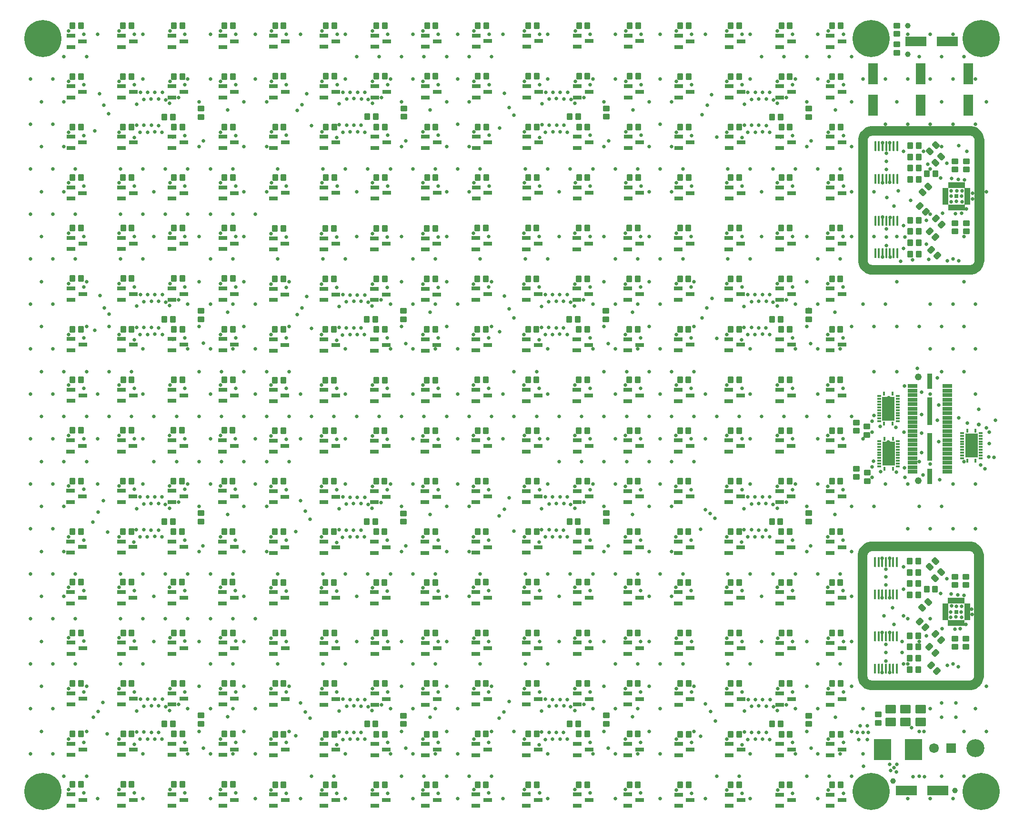
<source format=gbr>
G04*
G04 #@! TF.GenerationSoftware,Altium Limited,Altium Designer,25.0.2 (28)*
G04*
G04 Layer_Color=8388736*
%FSLAX25Y25*%
%MOIN*%
G70*
G04*
G04 #@! TF.SameCoordinates,7C83500D-BFB9-469C-A41D-0C693C3E1856*
G04*
G04*
G04 #@! TF.FilePolarity,Negative*
G04*
G01*
G75*
G04:AMPARAMS|DCode=35|XSize=70.41mil|YSize=16.57mil|CornerRadius=8.28mil|HoleSize=0mil|Usage=FLASHONLY|Rotation=90.000|XOffset=0mil|YOffset=0mil|HoleType=Round|Shape=RoundedRectangle|*
%AMROUNDEDRECTD35*
21,1,0.07041,0.00000,0,0,90.0*
21,1,0.05384,0.01657,0,0,90.0*
1,1,0.01657,0.00000,0.02692*
1,1,0.01657,0.00000,-0.02692*
1,1,0.01657,0.00000,-0.02692*
1,1,0.01657,0.00000,0.02692*
%
%ADD35ROUNDEDRECTD35*%
%ADD36R,0.01657X0.07041*%
%ADD37R,0.03320X0.19304*%
%ADD38R,0.03320X0.10800*%
%ADD39R,0.06509X0.02611*%
%ADD40R,0.12414X0.14580*%
%ADD41R,0.03162X0.01784*%
%ADD42R,0.09068X0.16942*%
%ADD43R,0.01784X0.03162*%
G04:AMPARAMS|DCode=44|XSize=39.5mil|YSize=47.37mil|CornerRadius=7.94mil|HoleSize=0mil|Usage=FLASHONLY|Rotation=90.000|XOffset=0mil|YOffset=0mil|HoleType=Round|Shape=RoundedRectangle|*
%AMROUNDEDRECTD44*
21,1,0.03950,0.03150,0,0,90.0*
21,1,0.02362,0.04737,0,0,90.0*
1,1,0.01587,0.01575,0.01181*
1,1,0.01587,0.01575,-0.01181*
1,1,0.01587,-0.01575,-0.01181*
1,1,0.01587,-0.01575,0.01181*
%
%ADD44ROUNDEDRECTD44*%
%ADD45R,0.07099X0.14580*%
%ADD46R,0.14580X0.07099*%
%ADD47C,0.03937*%
G04:AMPARAMS|DCode=48|XSize=39.5mil|YSize=47.37mil|CornerRadius=7.94mil|HoleSize=0mil|Usage=FLASHONLY|Rotation=0.000|XOffset=0mil|YOffset=0mil|HoleType=Round|Shape=RoundedRectangle|*
%AMROUNDEDRECTD48*
21,1,0.03950,0.03150,0,0,0.0*
21,1,0.02362,0.04737,0,0,0.0*
1,1,0.01587,0.01181,-0.01575*
1,1,0.01587,-0.01181,-0.01575*
1,1,0.01587,-0.01181,0.01575*
1,1,0.01587,0.01181,0.01575*
%
%ADD48ROUNDEDRECTD48*%
%ADD49R,0.05918X0.03162*%
G04:AMPARAMS|DCode=50|XSize=63.12mil|YSize=74.93mil|CornerRadius=10.89mil|HoleSize=0mil|Usage=FLASHONLY|Rotation=270.000|XOffset=0mil|YOffset=0mil|HoleType=Round|Shape=RoundedRectangle|*
%AMROUNDEDRECTD50*
21,1,0.06312,0.05315,0,0,270.0*
21,1,0.04134,0.07493,0,0,270.0*
1,1,0.02178,-0.02657,-0.02067*
1,1,0.02178,-0.02657,0.02067*
1,1,0.02178,0.02657,0.02067*
1,1,0.02178,0.02657,-0.02067*
%
%ADD50ROUNDEDRECTD50*%
G04:AMPARAMS|DCode=51|XSize=39.5mil|YSize=47.37mil|CornerRadius=7.94mil|HoleSize=0mil|Usage=FLASHONLY|Rotation=225.000|XOffset=0mil|YOffset=0mil|HoleType=Round|Shape=RoundedRectangle|*
%AMROUNDEDRECTD51*
21,1,0.03950,0.03150,0,0,225.0*
21,1,0.02362,0.04737,0,0,225.0*
1,1,0.01587,-0.01949,0.00278*
1,1,0.01587,-0.00278,0.01949*
1,1,0.01587,0.01949,-0.00278*
1,1,0.01587,0.00278,-0.01949*
%
%ADD51ROUNDEDRECTD51*%
%ADD52R,0.01981X0.04147*%
%ADD53R,0.04147X0.01981*%
%ADD54R,0.03162X0.03162*%
G04:AMPARAMS|DCode=55|XSize=39.5mil|YSize=47.37mil|CornerRadius=7.94mil|HoleSize=0mil|Usage=FLASHONLY|Rotation=135.000|XOffset=0mil|YOffset=0mil|HoleType=Round|Shape=RoundedRectangle|*
%AMROUNDEDRECTD55*
21,1,0.03950,0.03150,0,0,135.0*
21,1,0.02362,0.04737,0,0,135.0*
1,1,0.01587,0.00278,0.01949*
1,1,0.01587,0.01949,0.00278*
1,1,0.01587,-0.00278,-0.01949*
1,1,0.01587,-0.01949,-0.00278*
%
%ADD55ROUNDEDRECTD55*%
%ADD56C,0.04816*%
%ADD57C,0.06706*%
%ADD58R,0.06784X0.06784*%
%ADD59C,0.06784*%
%ADD60C,0.12611*%
%ADD61C,0.25997*%
%ADD62C,0.02572*%
%ADD63C,0.02769*%
G36*
X689920Y256798D02*
X689933D01*
X689946Y256796D01*
X689959Y256795D01*
X689972Y256792D01*
X689985Y256791D01*
X691811Y256428D01*
X691823Y256424D01*
X691836Y256422D01*
X691849Y256417D01*
X691861Y256414D01*
X691874Y256409D01*
X691886Y256405D01*
X693606Y255693D01*
X693617Y255687D01*
X693629Y255682D01*
X693641Y255675D01*
X693652Y255669D01*
X693664Y255662D01*
X693675Y255656D01*
X695222Y254622D01*
X695233Y254613D01*
X695244Y254606D01*
X695254Y254598D01*
X695264Y254590D01*
X695273Y254580D01*
X695283Y254572D01*
X696599Y253256D01*
X696608Y253246D01*
X696617Y253236D01*
X696625Y253226D01*
X696634Y253216D01*
X696641Y253205D01*
X696649Y253195D01*
X697683Y251647D01*
X697690Y251636D01*
X697697Y251625D01*
X697703Y251613D01*
X697709Y251602D01*
X697714Y251590D01*
X697720Y251578D01*
X698432Y249858D01*
X698437Y249846D01*
X698442Y249834D01*
X698445Y249821D01*
X698449Y249809D01*
X698452Y249796D01*
X698455Y249783D01*
X698818Y247958D01*
X698820Y247945D01*
X698823Y247932D01*
X698823Y247919D01*
X698825Y247906D01*
Y247893D01*
X698826Y247879D01*
Y246949D01*
X698826Y246949D01*
Y208760D01*
D01*
X698826Y162697D01*
X698826Y162697D01*
X698826Y161766D01*
X698825Y161753D01*
Y161740D01*
X698823Y161727D01*
X698823Y161714D01*
X698820Y161701D01*
X698818Y161688D01*
X698455Y159862D01*
X698452Y159850D01*
X698449Y159837D01*
X698445Y159825D01*
X698442Y159812D01*
X698437Y159800D01*
X698432Y159787D01*
X697720Y158068D01*
X697714Y158056D01*
X697709Y158044D01*
X697703Y158033D01*
X697697Y158021D01*
X697690Y158010D01*
X697683Y157998D01*
X696649Y156451D01*
X696641Y156440D01*
X696634Y156430D01*
X696625Y156420D01*
X696617Y156409D01*
X696608Y156400D01*
X696599Y156390D01*
X695283Y155074D01*
X695273Y155065D01*
X695264Y155056D01*
X695254Y155048D01*
X695244Y155040D01*
X695233Y155032D01*
X695222Y155024D01*
X693675Y153990D01*
X693663Y153983D01*
X693652Y153976D01*
X693641Y153971D01*
X693629Y153964D01*
X693617Y153959D01*
X693606Y153953D01*
X691886Y153241D01*
X691874Y153237D01*
X691861Y153232D01*
X691849Y153228D01*
X691836Y153224D01*
X691823Y153221D01*
X691811Y153218D01*
X689985Y152855D01*
X689972Y152853D01*
X689959Y152851D01*
X689946Y152850D01*
X689933Y152848D01*
X689920D01*
X689907Y152847D01*
X688976Y152847D01*
X620472D01*
X620472Y152847D01*
X619542Y152847D01*
X619529Y152848D01*
X619516D01*
X619503Y152850D01*
X619489Y152851D01*
X619477Y152853D01*
X619464Y152855D01*
X617638Y153218D01*
X617625Y153221D01*
X617613Y153224D01*
X617600Y153228D01*
X617588Y153232D01*
X617575Y153237D01*
X617563Y153241D01*
X615843Y153953D01*
X615832Y153959D01*
X615819Y153964D01*
X615808Y153970D01*
X615796Y153976D01*
X615785Y153984D01*
X615774Y153990D01*
X614226Y155024D01*
X614216Y155032D01*
X614205Y155040D01*
X614195Y155048D01*
X614185Y155056D01*
X614176Y155065D01*
X614166Y155074D01*
X612850Y156390D01*
X612841Y156400D01*
X612832Y156409D01*
X612824Y156420D01*
X612815Y156430D01*
X612808Y156440D01*
X612800Y156451D01*
X611766Y157999D01*
X611759Y158010D01*
X611752Y158021D01*
X611746Y158033D01*
X611739Y158044D01*
X611734Y158056D01*
X611729Y158068D01*
X611016Y159787D01*
X611012Y159800D01*
X611007Y159812D01*
X611004Y159825D01*
X610999Y159837D01*
X610997Y159850D01*
X610993Y159863D01*
X610631Y161688D01*
X610629Y161701D01*
X610626Y161714D01*
X610625Y161727D01*
X610624Y161740D01*
Y161753D01*
X610623Y161766D01*
X610623Y162697D01*
X610623Y205807D01*
Y205807D01*
Y246949D01*
X610623Y247879D01*
X610624Y247893D01*
Y247906D01*
X610625Y247919D01*
X610626Y247932D01*
X610629Y247945D01*
X610630Y247958D01*
X610993Y249783D01*
X610997Y249796D01*
X610999Y249809D01*
X611004Y249821D01*
X611007Y249834D01*
X611012Y249846D01*
X611016Y249858D01*
X611729Y251578D01*
X611734Y251590D01*
X611739Y251602D01*
X611746Y251613D01*
X611752Y251625D01*
X611759Y251636D01*
X611766Y251647D01*
X612800Y253195D01*
X612808Y253205D01*
X612815Y253216D01*
X612824Y253226D01*
X612832Y253236D01*
X612841Y253246D01*
X612850Y253256D01*
X614166Y254572D01*
X614176Y254580D01*
X614185Y254590D01*
X614195Y254597D01*
X614205Y254606D01*
X614216Y254613D01*
X614226Y254622D01*
X615774Y255656D01*
X615785Y255662D01*
X615796Y255669D01*
X615808Y255675D01*
X615819Y255682D01*
X615832Y255687D01*
X615843Y255693D01*
X617563Y256405D01*
X617575Y256409D01*
X617587Y256414D01*
X617600Y256417D01*
X617613Y256422D01*
X617625Y256424D01*
X617638Y256428D01*
X619464Y256791D01*
X619477Y256792D01*
X619489Y256795D01*
X619502Y256796D01*
X619516Y256798D01*
X619529D01*
X619542Y256799D01*
X620472Y256799D01*
X620472Y256799D01*
X688976Y256799D01*
X689907Y256799D01*
X689920Y256798D01*
D02*
G37*
G36*
X690219Y547830D02*
X690232D01*
X690245Y547828D01*
X690259Y547827D01*
X690271Y547824D01*
X690284Y547823D01*
X692110Y547460D01*
X692123Y547456D01*
X692135Y547454D01*
X692148Y547449D01*
X692161Y547446D01*
X692173Y547441D01*
X692185Y547437D01*
X693905Y546725D01*
X693916Y546719D01*
X693928Y546714D01*
X693940Y546707D01*
X693952Y546701D01*
X693963Y546694D01*
X693974Y546688D01*
X695521Y545653D01*
X695532Y545645D01*
X695543Y545638D01*
X695553Y545630D01*
X695563Y545621D01*
X695573Y545612D01*
X695582Y545604D01*
X696898Y544287D01*
X696907Y544277D01*
X696916Y544268D01*
X696924Y544258D01*
X696933Y544248D01*
X696940Y544237D01*
X696948Y544227D01*
X697982Y542679D01*
X697989Y542668D01*
X697996Y542657D01*
X698002Y542645D01*
X698008Y542634D01*
X698013Y542622D01*
X698019Y542610D01*
X698732Y540890D01*
X698736Y540878D01*
X698741Y540866D01*
X698744Y540853D01*
X698748Y540841D01*
X698751Y540828D01*
X698754Y540815D01*
X699118Y538990D01*
X699119Y538976D01*
X699122Y538964D01*
X699123Y538951D01*
X699124Y538938D01*
Y538925D01*
X699125Y538911D01*
Y537981D01*
X699125Y537981D01*
Y499792D01*
D01*
X699125Y453729D01*
X699125Y453729D01*
X699125Y452798D01*
X699124Y452785D01*
Y452772D01*
X699123Y452759D01*
X699122Y452746D01*
X699119Y452733D01*
X699118Y452720D01*
X698754Y450894D01*
X698751Y450882D01*
X698748Y450869D01*
X698744Y450856D01*
X698741Y450844D01*
X698736Y450832D01*
X698732Y450819D01*
X698019Y449100D01*
X698013Y449088D01*
X698008Y449076D01*
X698002Y449064D01*
X697996Y449053D01*
X697989Y449042D01*
X697982Y449030D01*
X696948Y447483D01*
X696940Y447472D01*
X696933Y447461D01*
X696924Y447452D01*
X696916Y447441D01*
X696907Y447432D01*
X696898Y447422D01*
X695582Y446106D01*
X695572Y446097D01*
X695563Y446088D01*
X695553Y446080D01*
X695543Y446071D01*
X695532Y446064D01*
X695522Y446056D01*
X693974Y445022D01*
X693963Y445015D01*
X693952Y445008D01*
X693940Y445002D01*
X693929Y444996D01*
X693916Y444991D01*
X693905Y444985D01*
X692185Y444273D01*
X692173Y444269D01*
X692161Y444264D01*
X692148Y444260D01*
X692135Y444256D01*
X692123Y444253D01*
X692110Y444250D01*
X690284Y443887D01*
X690271Y443885D01*
X690259Y443883D01*
X690245Y443882D01*
X690232Y443880D01*
X690219D01*
X690206Y443879D01*
X689276Y443879D01*
X620772D01*
X620772Y443879D01*
X619841Y443879D01*
X619828Y443880D01*
X619815D01*
X619802Y443882D01*
X619789Y443883D01*
X619776Y443885D01*
X619763Y443887D01*
X617937Y444250D01*
X617925Y444253D01*
X617912Y444256D01*
X617899Y444260D01*
X617887Y444264D01*
X617874Y444269D01*
X617862Y444273D01*
X616143Y444985D01*
X616131Y444991D01*
X616119Y444996D01*
X616107Y445002D01*
X616095Y445008D01*
X616084Y445015D01*
X616073Y445022D01*
X614526Y446056D01*
X614515Y446064D01*
X614504Y446071D01*
X614494Y446080D01*
X614484Y446088D01*
X614475Y446097D01*
X614465Y446106D01*
X613149Y447422D01*
X613140Y447432D01*
X613131Y447441D01*
X613123Y447452D01*
X613114Y447461D01*
X613107Y447472D01*
X613099Y447483D01*
X612065Y449030D01*
X612058Y449042D01*
X612051Y449053D01*
X612045Y449064D01*
X612039Y449076D01*
X612034Y449088D01*
X612028Y449100D01*
X611315Y450819D01*
X611311Y450832D01*
X611306Y450844D01*
X611303Y450856D01*
X611299Y450869D01*
X611296Y450882D01*
X611293Y450894D01*
X610930Y452720D01*
X610928Y452733D01*
X610925Y452746D01*
X610924Y452759D01*
X610923Y452772D01*
Y452785D01*
X610922Y452798D01*
X610922Y453729D01*
X610922Y496839D01*
Y496839D01*
Y537981D01*
X610922Y538911D01*
X610923Y538925D01*
Y538938D01*
X610924Y538951D01*
X610925Y538964D01*
X610928Y538976D01*
X610930Y538989D01*
X611293Y540815D01*
X611296Y540828D01*
X611299Y540841D01*
X611303Y540853D01*
X611306Y540866D01*
X611311Y540878D01*
X611315Y540890D01*
X612028Y542610D01*
X612034Y542622D01*
X612039Y542634D01*
X612045Y542645D01*
X612051Y542657D01*
X612058Y542668D01*
X612065Y542679D01*
X613099Y544227D01*
X613107Y544237D01*
X613114Y544248D01*
X613123Y544258D01*
X613131Y544268D01*
X613140Y544277D01*
X613149Y544287D01*
X614465Y545604D01*
X614475Y545612D01*
X614484Y545621D01*
X614494Y545629D01*
X614504Y545638D01*
X614515Y545645D01*
X614526Y545653D01*
X616073Y546688D01*
X616084Y546694D01*
X616095Y546701D01*
X616107Y546707D01*
X616119Y546714D01*
X616131Y546719D01*
X616143Y546725D01*
X617862Y547437D01*
X617874Y547441D01*
X617887Y547446D01*
X617899Y547449D01*
X617912Y547454D01*
X617924Y547456D01*
X617937Y547460D01*
X619763Y547823D01*
X619776Y547824D01*
X619789Y547827D01*
X619802Y547828D01*
X619815Y547830D01*
X619828D01*
X619841Y547830D01*
X620772Y547830D01*
X620772Y547830D01*
X689276Y547830D01*
X690206Y547830D01*
X690219Y547830D01*
D02*
G37*
%LPC*%
G36*
X620482Y250091D02*
X620174Y250076D01*
X619561Y249954D01*
X618992Y249718D01*
X618480Y249377D01*
X618045Y248941D01*
X617703Y248429D01*
X617467Y247861D01*
X617345Y247247D01*
X617330Y246939D01*
X617330Y207200D01*
X617330Y162707D01*
X617345Y162399D01*
X617467Y161785D01*
X617703Y161216D01*
X618045Y160705D01*
X618480Y160269D01*
X618992Y159927D01*
X619561Y159692D01*
X620174Y159570D01*
X620482Y159554D01*
X688967D01*
X689275Y159570D01*
X689888Y159692D01*
X690457Y159927D01*
X690969Y160269D01*
X691404Y160705D01*
X691746Y161216D01*
X691982Y161785D01*
X692104Y162399D01*
X692119Y162707D01*
X692119Y208760D01*
D01*
Y246939D01*
X692104Y247247D01*
X691982Y247861D01*
X691746Y248429D01*
X691404Y248941D01*
X690969Y249377D01*
X690457Y249718D01*
X689888Y249954D01*
X689275Y250076D01*
X688967Y250091D01*
X620482Y250091D01*
D02*
G37*
G36*
X620782Y541123D02*
X620473Y541108D01*
X619860Y540986D01*
X619291Y540750D01*
X618779Y540408D01*
X618344Y539973D01*
X618002Y539461D01*
X617766Y538892D01*
X617644Y538279D01*
X617629Y537971D01*
X617629Y498232D01*
X617629Y453739D01*
X617644Y453431D01*
X617766Y452817D01*
X618002Y452248D01*
X618344Y451736D01*
X618779Y451301D01*
X619291Y450959D01*
X619860Y450724D01*
X620473Y450601D01*
X620782Y450586D01*
X689266D01*
X689574Y450601D01*
X690187Y450724D01*
X690756Y450959D01*
X691268Y451301D01*
X691703Y451736D01*
X692045Y452248D01*
X692281Y452817D01*
X692403Y453431D01*
X692418Y453739D01*
X692418Y499792D01*
D01*
Y537971D01*
X692403Y538279D01*
X692281Y538892D01*
X692045Y539461D01*
X691703Y539973D01*
X691268Y540408D01*
X690756Y540750D01*
X690187Y540986D01*
X689574Y541108D01*
X689266Y541123D01*
X620782Y541123D01*
D02*
G37*
%LPD*%
D35*
X622859Y533701D02*
D03*
X625418D02*
D03*
X627977D02*
D03*
X630536D02*
D03*
X633095D02*
D03*
X635654D02*
D03*
X638213D02*
D03*
Y510935D02*
D03*
X635654D02*
D03*
X633095D02*
D03*
X630536D02*
D03*
X627977D02*
D03*
X625418D02*
D03*
X622859Y481535D02*
D03*
X625418D02*
D03*
X627977D02*
D03*
X630536D02*
D03*
X633095D02*
D03*
X635654D02*
D03*
X638213D02*
D03*
Y458770D02*
D03*
X635654D02*
D03*
X633095D02*
D03*
X630536D02*
D03*
X627977D02*
D03*
X625418D02*
D03*
X622638Y190517D02*
D03*
X625197D02*
D03*
X627756D02*
D03*
X630315D02*
D03*
X632874D02*
D03*
X635433D02*
D03*
X637992D02*
D03*
Y167751D02*
D03*
X635433D02*
D03*
X632874D02*
D03*
X630315D02*
D03*
X627756D02*
D03*
X625197D02*
D03*
X622638Y242682D02*
D03*
X625197D02*
D03*
X627756D02*
D03*
X630315D02*
D03*
X632874D02*
D03*
X635433D02*
D03*
X637992D02*
D03*
Y219917D02*
D03*
X635433D02*
D03*
X632874D02*
D03*
X630315D02*
D03*
X627756D02*
D03*
X625197D02*
D03*
D36*
X622859Y510935D02*
D03*
Y458770D02*
D03*
X622638Y167751D02*
D03*
Y219917D02*
D03*
D37*
X661124Y348279D02*
D03*
Y323279D02*
D03*
D38*
Y369027D02*
D03*
Y302531D02*
D03*
D39*
X673270Y365701D02*
D03*
Y362551D02*
D03*
Y359401D02*
D03*
Y356252D02*
D03*
Y353102D02*
D03*
Y349952D02*
D03*
Y346803D02*
D03*
Y343653D02*
D03*
Y340504D02*
D03*
Y337354D02*
D03*
Y334204D02*
D03*
Y331055D02*
D03*
Y327905D02*
D03*
Y324756D02*
D03*
Y321606D02*
D03*
Y318456D02*
D03*
Y315307D02*
D03*
Y312157D02*
D03*
Y309008D02*
D03*
Y305858D02*
D03*
X648979Y365701D02*
D03*
Y362551D02*
D03*
Y359401D02*
D03*
Y356252D02*
D03*
Y353102D02*
D03*
Y349952D02*
D03*
Y346803D02*
D03*
Y343653D02*
D03*
Y340504D02*
D03*
Y337354D02*
D03*
Y334204D02*
D03*
Y331055D02*
D03*
Y327905D02*
D03*
Y324756D02*
D03*
Y321606D02*
D03*
Y318456D02*
D03*
Y315307D02*
D03*
Y312157D02*
D03*
Y309008D02*
D03*
Y305858D02*
D03*
D40*
X649508Y111221D02*
D03*
X628051Y111221D02*
D03*
D41*
X625691Y323275D02*
D03*
X625691Y319338D02*
D03*
X625691Y321306D02*
D03*
Y325243D02*
D03*
X625691Y309495D02*
D03*
X625691Y311464D02*
D03*
Y313432D02*
D03*
Y315401D02*
D03*
X625691Y317369D02*
D03*
X625691Y327212D02*
D03*
X638683Y327212D02*
D03*
X638683Y325243D02*
D03*
Y323275D02*
D03*
Y321306D02*
D03*
Y319338D02*
D03*
X638683Y317369D02*
D03*
X638683Y315401D02*
D03*
Y313432D02*
D03*
Y311464D02*
D03*
X638683Y309495D02*
D03*
X625494Y341090D02*
D03*
X625494Y343058D02*
D03*
Y345027D02*
D03*
Y346995D02*
D03*
X625494Y348964D02*
D03*
X625494Y350932D02*
D03*
Y352901D02*
D03*
Y354869D02*
D03*
Y356838D02*
D03*
X625494Y358806D02*
D03*
X638486Y358806D02*
D03*
X638486Y356838D02*
D03*
Y354869D02*
D03*
Y352901D02*
D03*
X638486Y350932D02*
D03*
Y348964D02*
D03*
X638486Y346995D02*
D03*
Y345027D02*
D03*
Y343058D02*
D03*
X638486Y341090D02*
D03*
X696656Y332920D02*
D03*
Y330952D02*
D03*
Y328983D02*
D03*
Y327015D02*
D03*
Y325046D02*
D03*
Y323078D02*
D03*
Y321109D02*
D03*
Y319141D02*
D03*
Y317172D02*
D03*
Y315204D02*
D03*
X683664D02*
D03*
Y317172D02*
D03*
Y319141D02*
D03*
Y321109D02*
D03*
Y323078D02*
D03*
Y325046D02*
D03*
Y327015D02*
D03*
Y328983D02*
D03*
Y330952D02*
D03*
Y332920D02*
D03*
D42*
X632187Y318354D02*
D03*
X631990Y349948D02*
D03*
X690160Y324062D02*
D03*
D43*
X629235Y307920D02*
D03*
X629235Y328787D02*
D03*
X635140Y328787D02*
D03*
Y307920D02*
D03*
X629038Y339515D02*
D03*
Y360381D02*
D03*
X634943Y360381D02*
D03*
X634943Y339515D02*
D03*
X693112Y334495D02*
D03*
Y313629D02*
D03*
X687207D02*
D03*
Y334495D02*
D03*
D44*
X617126Y299213D02*
D03*
Y305118D02*
D03*
X609771Y302102D02*
D03*
Y308007D02*
D03*
X617052Y331455D02*
D03*
Y337361D02*
D03*
X609771Y334416D02*
D03*
Y340321D02*
D03*
X576276Y134975D02*
D03*
Y129070D02*
D03*
X434491Y135035D02*
D03*
Y129130D02*
D03*
X292763Y135003D02*
D03*
Y129097D02*
D03*
X151004Y135122D02*
D03*
Y129217D02*
D03*
X576126Y276774D02*
D03*
Y270868D02*
D03*
X434470Y276798D02*
D03*
Y270892D02*
D03*
X292614Y276681D02*
D03*
Y270776D02*
D03*
X150878Y276851D02*
D03*
Y270945D02*
D03*
X576148Y418508D02*
D03*
Y412602D02*
D03*
X434367Y418490D02*
D03*
Y412584D02*
D03*
X292651Y418367D02*
D03*
Y412461D02*
D03*
X151008Y418583D02*
D03*
Y412677D02*
D03*
X576272Y560237D02*
D03*
Y554331D02*
D03*
X434636Y560313D02*
D03*
Y554408D02*
D03*
X292829Y560306D02*
D03*
Y554400D02*
D03*
X625000Y129921D02*
D03*
Y135827D02*
D03*
X637795Y612402D02*
D03*
Y618307D02*
D03*
Y599311D02*
D03*
X637795Y605217D02*
D03*
X686638Y523302D02*
D03*
Y517396D02*
D03*
X678764Y523302D02*
D03*
Y517396D02*
D03*
Y479995D02*
D03*
Y474089D02*
D03*
X686638Y479995D02*
D03*
Y474089D02*
D03*
X678543Y232283D02*
D03*
Y226378D02*
D03*
X150984Y560236D02*
D03*
Y554331D02*
D03*
X686417Y188976D02*
D03*
Y183071D02*
D03*
Y232283D02*
D03*
Y226378D02*
D03*
X678543Y188976D02*
D03*
Y183071D02*
D03*
D45*
X654628Y584548D02*
D03*
Y562500D02*
D03*
X621163Y584548D02*
D03*
Y562500D02*
D03*
X688092D02*
D03*
Y584548D02*
D03*
D46*
X673228Y607283D02*
D03*
X651181D02*
D03*
X666732Y82677D02*
D03*
X644685D02*
D03*
D47*
X645465Y598285D02*
D03*
X645669Y618110D02*
D03*
X635227Y89301D02*
D03*
X678549Y82677D02*
D03*
D48*
X486315Y192849D02*
D03*
X492221D02*
D03*
X486315Y157416D02*
D03*
X492221D02*
D03*
X486315Y121983D02*
D03*
X492221D02*
D03*
X486315Y86550D02*
D03*
X492221D02*
D03*
X521748D02*
D03*
X527654D02*
D03*
X557181D02*
D03*
X563087D02*
D03*
X592615Y121983D02*
D03*
X598520D02*
D03*
X557181D02*
D03*
X563087D02*
D03*
X521748D02*
D03*
X527654D02*
D03*
X592615Y86550D02*
D03*
X598520D02*
D03*
X550685Y129070D02*
D03*
X556591D02*
D03*
X557181Y157416D02*
D03*
X563087D02*
D03*
X521748Y192849D02*
D03*
X527654D02*
D03*
X521748Y157416D02*
D03*
X527654D02*
D03*
X557181Y192849D02*
D03*
X563087D02*
D03*
X592615D02*
D03*
X598520D02*
D03*
X592615Y157416D02*
D03*
X598520D02*
D03*
X344530Y122043D02*
D03*
X350436D02*
D03*
X344530Y192909D02*
D03*
X350436D02*
D03*
X344530Y157476D02*
D03*
X350436D02*
D03*
X344530Y86610D02*
D03*
X350436D02*
D03*
X450830Y192909D02*
D03*
X456735D02*
D03*
X450830Y122043D02*
D03*
X456735D02*
D03*
X450830Y86610D02*
D03*
X456735D02*
D03*
X415396Y157476D02*
D03*
X421302D02*
D03*
X379963Y192909D02*
D03*
X385869D02*
D03*
X408900Y129130D02*
D03*
X414806D02*
D03*
X415396Y192909D02*
D03*
X421302D02*
D03*
X379963Y157476D02*
D03*
X385869D02*
D03*
X415396Y122043D02*
D03*
X421302D02*
D03*
X379963D02*
D03*
X385869D02*
D03*
X415396Y86610D02*
D03*
X421302D02*
D03*
X379963D02*
D03*
X385869D02*
D03*
X450830Y157476D02*
D03*
X456735D02*
D03*
X238235Y192877D02*
D03*
X244141D02*
D03*
X202802D02*
D03*
X208707D02*
D03*
X238235Y157444D02*
D03*
X244141D02*
D03*
X273668Y192877D02*
D03*
X279574D02*
D03*
X273668Y157444D02*
D03*
X279574D02*
D03*
X309101D02*
D03*
X315007D02*
D03*
X267172Y129097D02*
D03*
X273078D02*
D03*
X273668Y122011D02*
D03*
X279574D02*
D03*
X309101D02*
D03*
X315007D02*
D03*
X273668Y86578D02*
D03*
X279574D02*
D03*
X309101D02*
D03*
X315007D02*
D03*
X309101Y192877D02*
D03*
X315007D02*
D03*
X238235Y122011D02*
D03*
X244141D02*
D03*
X202802Y157444D02*
D03*
X208707D02*
D03*
X238235Y86578D02*
D03*
X244141D02*
D03*
X202802D02*
D03*
X208707D02*
D03*
X202802Y122011D02*
D03*
X208707D02*
D03*
X167342Y192996D02*
D03*
X173248D02*
D03*
X167342Y122130D02*
D03*
X173248D02*
D03*
X167342Y157563D02*
D03*
X173248D02*
D03*
X167342Y86697D02*
D03*
X173248D02*
D03*
X131909D02*
D03*
X137815D02*
D03*
X96476D02*
D03*
X102382D02*
D03*
X61043Y122130D02*
D03*
X66949D02*
D03*
X96476D02*
D03*
X102382D02*
D03*
X96476Y157563D02*
D03*
X102382D02*
D03*
X131909D02*
D03*
X137815D02*
D03*
X125413Y129217D02*
D03*
X131319D02*
D03*
X131909Y122130D02*
D03*
X137815D02*
D03*
X96476Y192996D02*
D03*
X102382D02*
D03*
X131909D02*
D03*
X137815D02*
D03*
X61043Y86697D02*
D03*
X66949D02*
D03*
X61043Y192996D02*
D03*
X66949D02*
D03*
X61043Y157563D02*
D03*
X66949D02*
D03*
X486165Y299215D02*
D03*
X492071D02*
D03*
X486165Y334648D02*
D03*
X492071D02*
D03*
X521598D02*
D03*
X527504D02*
D03*
X521598Y299215D02*
D03*
X527504D02*
D03*
X557032D02*
D03*
X562937D02*
D03*
X557032Y334648D02*
D03*
X562937D02*
D03*
X550535Y270868D02*
D03*
X556441D02*
D03*
X592465Y299215D02*
D03*
X598370D02*
D03*
X592465Y334648D02*
D03*
X598370D02*
D03*
X521598Y263782D02*
D03*
X527504D02*
D03*
X557032D02*
D03*
X562937D02*
D03*
X592465D02*
D03*
X598370D02*
D03*
X592465Y228349D02*
D03*
X598370D02*
D03*
X557032D02*
D03*
X562937D02*
D03*
X521598D02*
D03*
X527504D02*
D03*
X486165Y263782D02*
D03*
X492071D02*
D03*
X486165Y228349D02*
D03*
X492071D02*
D03*
X344509Y228373D02*
D03*
X350414D02*
D03*
X344509Y263806D02*
D03*
X350414D02*
D03*
X344509Y299239D02*
D03*
X350414D02*
D03*
X344509Y334672D02*
D03*
X350414D02*
D03*
X379942D02*
D03*
X385847D02*
D03*
X379942Y263806D02*
D03*
X385847D02*
D03*
X379942Y299239D02*
D03*
X385847D02*
D03*
X379942Y228373D02*
D03*
X385847D02*
D03*
X450808D02*
D03*
X456714D02*
D03*
X415375D02*
D03*
X421280D02*
D03*
X415375Y263806D02*
D03*
X421280D02*
D03*
X415375Y299239D02*
D03*
X421280D02*
D03*
X415375Y334672D02*
D03*
X421280D02*
D03*
X408879Y270892D02*
D03*
X414784D02*
D03*
X450808Y299239D02*
D03*
X456714D02*
D03*
X450808Y334672D02*
D03*
X456714D02*
D03*
X450808Y263806D02*
D03*
X456714D02*
D03*
X202654Y228256D02*
D03*
X208559D02*
D03*
X202654Y263689D02*
D03*
X208559D02*
D03*
X202654Y334555D02*
D03*
X208559D02*
D03*
X202654Y299122D02*
D03*
X208559D02*
D03*
X238087Y228256D02*
D03*
X243992D02*
D03*
X238087Y334555D02*
D03*
X243992D02*
D03*
X238087Y299122D02*
D03*
X243992D02*
D03*
X273520D02*
D03*
X279425D02*
D03*
X308953Y334555D02*
D03*
X314858D02*
D03*
X273520D02*
D03*
X279425D02*
D03*
X308953Y263689D02*
D03*
X314858D02*
D03*
X308953Y299122D02*
D03*
X314858D02*
D03*
X273520Y263689D02*
D03*
X279425D02*
D03*
X238087D02*
D03*
X243992D02*
D03*
X267024Y270776D02*
D03*
X272929D02*
D03*
X308953Y228256D02*
D03*
X314858D02*
D03*
X273520D02*
D03*
X279425D02*
D03*
X96351Y334725D02*
D03*
X102256D02*
D03*
X96351Y299292D02*
D03*
X102256D02*
D03*
X96351Y263859D02*
D03*
X102256D02*
D03*
X131784D02*
D03*
X137689D02*
D03*
X167217Y228426D02*
D03*
X173122D02*
D03*
X60918Y263859D02*
D03*
X66823D02*
D03*
X60918Y299292D02*
D03*
X66823D02*
D03*
X60918Y334725D02*
D03*
X66823D02*
D03*
X131784Y228426D02*
D03*
X137689D02*
D03*
X131784Y299292D02*
D03*
X137689D02*
D03*
X131784Y334725D02*
D03*
X137689D02*
D03*
X125288Y270945D02*
D03*
X131193D02*
D03*
X167217Y263859D02*
D03*
X173122D02*
D03*
X167217Y334725D02*
D03*
X173122D02*
D03*
X167217Y299292D02*
D03*
X173122D02*
D03*
X96351Y228426D02*
D03*
X102256D02*
D03*
X60918D02*
D03*
X66823D02*
D03*
X557054Y440949D02*
D03*
X562959D02*
D03*
X592487Y476382D02*
D03*
X598392D02*
D03*
X557054D02*
D03*
X562959D02*
D03*
X592487Y440949D02*
D03*
X598392D02*
D03*
X521621Y476382D02*
D03*
X527526D02*
D03*
X521621Y440949D02*
D03*
X527526D02*
D03*
X486188D02*
D03*
X492093D02*
D03*
X486188Y476382D02*
D03*
X492093D02*
D03*
X550558Y412602D02*
D03*
X556463D02*
D03*
X557054Y405516D02*
D03*
X562959D02*
D03*
X592487D02*
D03*
X598392D02*
D03*
X557054Y370083D02*
D03*
X562959D02*
D03*
X592487D02*
D03*
X598392D02*
D03*
X486188Y405516D02*
D03*
X492093D02*
D03*
X486188Y370083D02*
D03*
X492093D02*
D03*
X521621D02*
D03*
X527526D02*
D03*
X521621Y405516D02*
D03*
X527526D02*
D03*
X344406Y476364D02*
D03*
X350311D02*
D03*
X344406Y440931D02*
D03*
X350311D02*
D03*
X379839Y476364D02*
D03*
X385745D02*
D03*
X415272D02*
D03*
X421177D02*
D03*
X450705D02*
D03*
X456611D02*
D03*
X415272Y370064D02*
D03*
X421177D02*
D03*
X450705D02*
D03*
X456611D02*
D03*
X344406Y405498D02*
D03*
X350311D02*
D03*
X450705Y440931D02*
D03*
X456611D02*
D03*
X450705Y405498D02*
D03*
X456611D02*
D03*
X379839Y370064D02*
D03*
X385745D02*
D03*
X415272Y440931D02*
D03*
X421177D02*
D03*
X415272Y405498D02*
D03*
X421177D02*
D03*
X379839D02*
D03*
X385745D02*
D03*
X379839Y440931D02*
D03*
X385745D02*
D03*
X408776Y412584D02*
D03*
X414681D02*
D03*
X344406Y370064D02*
D03*
X350311D02*
D03*
X202691Y405374D02*
D03*
X208596D02*
D03*
X202691Y476241D02*
D03*
X208596D02*
D03*
X202691Y440807D02*
D03*
X208596D02*
D03*
X202691Y369941D02*
D03*
X208596D02*
D03*
X238124Y405374D02*
D03*
X244029D02*
D03*
X238124Y440807D02*
D03*
X244029D02*
D03*
X238124Y476241D02*
D03*
X244029D02*
D03*
X308990D02*
D03*
X314895D02*
D03*
X308990Y440807D02*
D03*
X314895D02*
D03*
X273557Y476241D02*
D03*
X279462D02*
D03*
X267061Y412461D02*
D03*
X272966D02*
D03*
X273557Y405374D02*
D03*
X279462D02*
D03*
X308990Y369941D02*
D03*
X314895D02*
D03*
X308990Y405374D02*
D03*
X314895D02*
D03*
X273557Y440807D02*
D03*
X279462D02*
D03*
X273557Y369941D02*
D03*
X279462D02*
D03*
X238124D02*
D03*
X244029D02*
D03*
X96480Y370158D02*
D03*
X102386D02*
D03*
X96480Y441024D02*
D03*
X102386D02*
D03*
X96480Y405591D02*
D03*
X102386D02*
D03*
X96480Y476457D02*
D03*
X102386D02*
D03*
X131913D02*
D03*
X137819D02*
D03*
X131913Y441024D02*
D03*
X137819D02*
D03*
X131913Y405591D02*
D03*
X137819D02*
D03*
X167346Y441024D02*
D03*
X173252D02*
D03*
X167346Y476457D02*
D03*
X173252D02*
D03*
X167346Y405591D02*
D03*
X173252D02*
D03*
X131913Y370158D02*
D03*
X137819D02*
D03*
X167346D02*
D03*
X173252D02*
D03*
X125417Y412677D02*
D03*
X131323D02*
D03*
X61047Y405591D02*
D03*
X66953D02*
D03*
X61047Y441024D02*
D03*
X66953D02*
D03*
X61047Y370158D02*
D03*
X66953D02*
D03*
X61047Y476457D02*
D03*
X66953D02*
D03*
X557177Y582678D02*
D03*
X563083D02*
D03*
X592610Y618111D02*
D03*
X598516D02*
D03*
X557177D02*
D03*
X563083D02*
D03*
X592610Y582678D02*
D03*
X598516D02*
D03*
X486311Y547245D02*
D03*
X492216D02*
D03*
X521744Y618111D02*
D03*
X527649D02*
D03*
X521744Y582678D02*
D03*
X527649D02*
D03*
X486311D02*
D03*
X492216D02*
D03*
X486311Y618111D02*
D03*
X492216D02*
D03*
X550681Y554331D02*
D03*
X556587D02*
D03*
X557177Y547245D02*
D03*
X563083D02*
D03*
X592610D02*
D03*
X598516D02*
D03*
X521744D02*
D03*
X527649D02*
D03*
X521744Y511811D02*
D03*
X527649D02*
D03*
X486311D02*
D03*
X492216D02*
D03*
X557177D02*
D03*
X563083D02*
D03*
X592610D02*
D03*
X598516D02*
D03*
X344676Y511888D02*
D03*
X350581D02*
D03*
X450975Y547321D02*
D03*
X456881D02*
D03*
X415542Y582754D02*
D03*
X421448D02*
D03*
X415542Y618187D02*
D03*
X421448D02*
D03*
X380109D02*
D03*
X386014D02*
D03*
X380109Y582754D02*
D03*
X386014D02*
D03*
X450975Y511888D02*
D03*
X456881D02*
D03*
X415542D02*
D03*
X421448D02*
D03*
X380109D02*
D03*
X386014D02*
D03*
X344676Y547321D02*
D03*
X350581D02*
D03*
X344676Y582754D02*
D03*
X350581D02*
D03*
X344676Y618187D02*
D03*
X350581D02*
D03*
X450975Y582754D02*
D03*
X456881D02*
D03*
X450975Y618187D02*
D03*
X456881D02*
D03*
X409046Y554408D02*
D03*
X414951D02*
D03*
X380109Y547321D02*
D03*
X386014D02*
D03*
X415542D02*
D03*
X421448D02*
D03*
X267239Y554400D02*
D03*
X273144D02*
D03*
X273735Y547313D02*
D03*
X279641D02*
D03*
X273735Y511880D02*
D03*
X279641D02*
D03*
X309168Y547313D02*
D03*
X315073D02*
D03*
X309168Y511880D02*
D03*
X315073D02*
D03*
X273735Y582747D02*
D03*
X279641D02*
D03*
X273735Y618180D02*
D03*
X279641D02*
D03*
X309168Y582747D02*
D03*
X315073D02*
D03*
X309168Y618180D02*
D03*
X315073D02*
D03*
X238302Y511880D02*
D03*
X244207D02*
D03*
X238302Y547313D02*
D03*
X244207D02*
D03*
X238302Y582747D02*
D03*
X244207D02*
D03*
X238302Y618180D02*
D03*
X244207D02*
D03*
X202869Y511880D02*
D03*
X208774D02*
D03*
X202869Y547313D02*
D03*
X208774D02*
D03*
X202869Y618180D02*
D03*
X208774D02*
D03*
X202869Y582747D02*
D03*
X208774D02*
D03*
X66929Y618110D02*
D03*
X61024D02*
D03*
X647268Y518381D02*
D03*
X653174D02*
D03*
X647268Y510507D02*
D03*
X653174D02*
D03*
X647268Y526255D02*
D03*
X653174D02*
D03*
X647268Y534129D02*
D03*
X653174D02*
D03*
X664985Y514444D02*
D03*
X659079D02*
D03*
X647268Y481963D02*
D03*
X653174D02*
D03*
X647268Y466215D02*
D03*
X653174D02*
D03*
X647268Y458341D02*
D03*
X653174D02*
D03*
X647268Y474089D02*
D03*
X653174D02*
D03*
X647047Y190945D02*
D03*
X652953D02*
D03*
X167323Y582677D02*
D03*
X173228D02*
D03*
X125394Y554331D02*
D03*
X131299D02*
D03*
X167323Y547244D02*
D03*
X173228D02*
D03*
X61024Y511811D02*
D03*
X66929D02*
D03*
X96457Y618110D02*
D03*
X102362D02*
D03*
X61024Y582677D02*
D03*
X66929D02*
D03*
X96457D02*
D03*
X102362D02*
D03*
X131890D02*
D03*
X137795D02*
D03*
X167323Y618110D02*
D03*
X173228D02*
D03*
X131890D02*
D03*
X137795D02*
D03*
X96457Y511811D02*
D03*
X102362D02*
D03*
X96457Y547244D02*
D03*
X102362D02*
D03*
X61024D02*
D03*
X66929D02*
D03*
X131890D02*
D03*
X137795D02*
D03*
X167323Y511811D02*
D03*
X173228D02*
D03*
X131890D02*
D03*
X137795D02*
D03*
X647047Y167323D02*
D03*
X652953D02*
D03*
X647047Y175197D02*
D03*
X652953D02*
D03*
X647047Y183071D02*
D03*
X652953D02*
D03*
X647047Y219488D02*
D03*
X652953D02*
D03*
X647047Y227362D02*
D03*
X652953D02*
D03*
X664764Y223425D02*
D03*
X658858D02*
D03*
X647047Y243110D02*
D03*
X652953D02*
D03*
X647047Y235236D02*
D03*
X652953D02*
D03*
D49*
X485134Y185959D02*
D03*
Y178085D02*
D03*
X493402Y182022D02*
D03*
X485134Y150526D02*
D03*
Y142652D02*
D03*
X493402Y146589D02*
D03*
X485134Y115093D02*
D03*
Y107219D02*
D03*
X493402Y111156D02*
D03*
X485134Y79660D02*
D03*
Y71786D02*
D03*
X493402Y75723D02*
D03*
X520567Y79660D02*
D03*
Y71786D02*
D03*
X528835Y75723D02*
D03*
X520567Y150526D02*
D03*
Y142652D02*
D03*
X528835Y146589D02*
D03*
X520567Y115093D02*
D03*
Y107219D02*
D03*
X528835Y111156D02*
D03*
X591433Y79660D02*
D03*
Y71786D02*
D03*
X599701Y75723D02*
D03*
X556000Y79660D02*
D03*
Y71786D02*
D03*
X564268Y75723D02*
D03*
X556000Y115093D02*
D03*
Y107219D02*
D03*
X564268Y111156D02*
D03*
X556000Y150526D02*
D03*
Y142652D02*
D03*
X564268Y146589D02*
D03*
X556000Y185959D02*
D03*
Y178085D02*
D03*
X564268Y182022D02*
D03*
X520567Y185959D02*
D03*
Y178085D02*
D03*
X528835Y182022D02*
D03*
X591433Y150526D02*
D03*
Y142652D02*
D03*
X599701Y146589D02*
D03*
X591433Y185959D02*
D03*
Y178085D02*
D03*
X599701Y182022D02*
D03*
X591433Y115093D02*
D03*
Y107219D02*
D03*
X599701Y111156D02*
D03*
X343349Y186020D02*
D03*
Y178146D02*
D03*
X351617Y182082D02*
D03*
X343349Y150586D02*
D03*
Y142712D02*
D03*
X351617Y146650D02*
D03*
X343349Y115153D02*
D03*
Y107279D02*
D03*
X351617Y111216D02*
D03*
X343349Y79720D02*
D03*
Y71846D02*
D03*
X351617Y75783D02*
D03*
X449649Y186020D02*
D03*
Y178146D02*
D03*
X457916Y182082D02*
D03*
X449649Y79720D02*
D03*
Y71846D02*
D03*
X457916Y75783D02*
D03*
X378782Y186020D02*
D03*
Y178146D02*
D03*
X387050Y182082D02*
D03*
X414215Y150586D02*
D03*
Y142712D02*
D03*
X422483Y146650D02*
D03*
X414215Y186020D02*
D03*
Y178146D02*
D03*
X422483Y182082D02*
D03*
X378782Y150586D02*
D03*
Y142712D02*
D03*
X387050Y146650D02*
D03*
X414215Y115153D02*
D03*
Y107279D02*
D03*
X422483Y111216D02*
D03*
X414215Y79720D02*
D03*
Y71846D02*
D03*
X422483Y75783D02*
D03*
X378782Y115153D02*
D03*
Y107279D02*
D03*
X387050Y111216D02*
D03*
X378782Y79720D02*
D03*
Y71846D02*
D03*
X387050Y75783D02*
D03*
X449649Y150586D02*
D03*
Y142712D02*
D03*
X457916Y146650D02*
D03*
X449649Y115153D02*
D03*
Y107279D02*
D03*
X457916Y111216D02*
D03*
X237054Y185987D02*
D03*
Y178113D02*
D03*
X245322Y182050D02*
D03*
X201621Y185987D02*
D03*
Y178113D02*
D03*
X209889Y182050D02*
D03*
X272487Y185987D02*
D03*
Y178113D02*
D03*
X280755Y182050D02*
D03*
X272487Y150554D02*
D03*
Y142680D02*
D03*
X280755Y146617D02*
D03*
X272487Y115121D02*
D03*
Y107247D02*
D03*
X280755Y111184D02*
D03*
X307920Y115121D02*
D03*
Y107247D02*
D03*
X316188Y111184D02*
D03*
X307920Y79688D02*
D03*
Y71814D02*
D03*
X316188Y75751D02*
D03*
X272487Y79688D02*
D03*
Y71814D02*
D03*
X280755Y75751D02*
D03*
X307920Y185987D02*
D03*
Y178113D02*
D03*
X316188Y182050D02*
D03*
X307920Y150554D02*
D03*
Y142680D02*
D03*
X316188Y146617D02*
D03*
X237054Y150554D02*
D03*
Y142680D02*
D03*
X245322Y146617D02*
D03*
X237054Y79688D02*
D03*
Y71814D02*
D03*
X245322Y75751D02*
D03*
X237054Y115121D02*
D03*
Y107247D02*
D03*
X245322Y111184D02*
D03*
X201621Y79688D02*
D03*
Y71814D02*
D03*
X209889Y75751D02*
D03*
X201621Y150554D02*
D03*
Y142680D02*
D03*
X209889Y146617D02*
D03*
X201621Y115121D02*
D03*
Y107247D02*
D03*
X209889Y111184D02*
D03*
X166161Y79807D02*
D03*
Y71933D02*
D03*
X174429Y75870D02*
D03*
X166161Y150673D02*
D03*
Y142799D02*
D03*
X174429Y146737D02*
D03*
X166161Y186107D02*
D03*
Y178233D02*
D03*
X174429Y182170D02*
D03*
X166161Y115240D02*
D03*
Y107366D02*
D03*
X174429Y111303D02*
D03*
X130728Y79807D02*
D03*
Y71933D02*
D03*
X138996Y75870D02*
D03*
X130728Y115240D02*
D03*
Y107366D02*
D03*
X138996Y111303D02*
D03*
X59862Y115240D02*
D03*
Y107366D02*
D03*
X68130Y111303D02*
D03*
X95295Y186107D02*
D03*
Y178233D02*
D03*
X103563Y182170D02*
D03*
X59862Y150673D02*
D03*
Y142799D02*
D03*
X68130Y146737D02*
D03*
X95295Y150673D02*
D03*
Y142799D02*
D03*
X103563Y146737D02*
D03*
X130728Y150673D02*
D03*
Y142799D02*
D03*
X138996Y146737D02*
D03*
X130728Y186107D02*
D03*
Y178233D02*
D03*
X138996Y182170D02*
D03*
X95295Y115240D02*
D03*
Y107366D02*
D03*
X103563Y111303D02*
D03*
X95295Y79807D02*
D03*
Y71933D02*
D03*
X103563Y75870D02*
D03*
X59862Y79807D02*
D03*
Y71933D02*
D03*
X68130Y75870D02*
D03*
X59862Y186107D02*
D03*
Y178233D02*
D03*
X68130Y182170D02*
D03*
X484984Y327758D02*
D03*
Y319884D02*
D03*
X493252Y323821D02*
D03*
X484984Y292325D02*
D03*
Y284451D02*
D03*
X493252Y288388D02*
D03*
X520417Y327758D02*
D03*
Y319884D02*
D03*
X528685Y323821D02*
D03*
X520417Y292325D02*
D03*
Y284451D02*
D03*
X528685Y288388D02*
D03*
X555851Y292325D02*
D03*
Y284451D02*
D03*
X564118Y288388D02*
D03*
X555851Y327758D02*
D03*
Y319884D02*
D03*
X564118Y323821D02*
D03*
X591284Y327758D02*
D03*
Y319884D02*
D03*
X599551Y323821D02*
D03*
X591284Y292325D02*
D03*
Y284451D02*
D03*
X599551Y288388D02*
D03*
X555851Y256892D02*
D03*
Y249018D02*
D03*
X564118Y252955D02*
D03*
X520417Y256892D02*
D03*
Y249018D02*
D03*
X528685Y252955D02*
D03*
X591284Y256892D02*
D03*
Y249018D02*
D03*
X599551Y252955D02*
D03*
X591284Y221459D02*
D03*
Y213585D02*
D03*
X599551Y217522D02*
D03*
X555851Y221459D02*
D03*
Y213585D02*
D03*
X564118Y217522D02*
D03*
X520417Y221459D02*
D03*
Y213585D02*
D03*
X528685Y217522D02*
D03*
X484984Y221459D02*
D03*
Y213585D02*
D03*
X493252Y217522D02*
D03*
X484984Y256892D02*
D03*
Y249018D02*
D03*
X493252Y252955D02*
D03*
X343328Y221483D02*
D03*
Y213609D02*
D03*
X351595Y217546D02*
D03*
X343328Y256916D02*
D03*
Y249042D02*
D03*
X351595Y252979D02*
D03*
X343328Y327782D02*
D03*
Y319908D02*
D03*
X351595Y323845D02*
D03*
X343328Y292349D02*
D03*
Y284475D02*
D03*
X351595Y288412D02*
D03*
X378761Y327782D02*
D03*
Y319908D02*
D03*
X387029Y323845D02*
D03*
X378761Y292349D02*
D03*
Y284475D02*
D03*
X387029Y288412D02*
D03*
X378761Y221483D02*
D03*
Y213609D02*
D03*
X387029Y217546D02*
D03*
X378761Y256916D02*
D03*
Y249042D02*
D03*
X387029Y252979D02*
D03*
X414194Y221483D02*
D03*
Y213609D02*
D03*
X422462Y217546D02*
D03*
X414194Y327782D02*
D03*
Y319908D02*
D03*
X422462Y323845D02*
D03*
X414194Y292349D02*
D03*
Y284475D02*
D03*
X422462Y288412D02*
D03*
X414194Y256916D02*
D03*
Y249042D02*
D03*
X422462Y252979D02*
D03*
X449627Y327782D02*
D03*
Y319908D02*
D03*
X457895Y323845D02*
D03*
X449627Y292349D02*
D03*
Y284475D02*
D03*
X457895Y288412D02*
D03*
X449627Y221483D02*
D03*
Y213609D02*
D03*
X457895Y217546D02*
D03*
X449627Y256916D02*
D03*
Y249042D02*
D03*
X457895Y252979D02*
D03*
X201472Y221366D02*
D03*
Y213492D02*
D03*
X209740Y217429D02*
D03*
X201472Y292232D02*
D03*
Y284358D02*
D03*
X209740Y288295D02*
D03*
X201472Y256799D02*
D03*
Y248925D02*
D03*
X209740Y252862D02*
D03*
X201472Y327665D02*
D03*
Y319792D02*
D03*
X209740Y323728D02*
D03*
X236906Y221366D02*
D03*
Y213492D02*
D03*
X245173Y217429D02*
D03*
X236906Y256799D02*
D03*
Y248925D02*
D03*
X245173Y252862D02*
D03*
X236906Y327665D02*
D03*
Y319792D02*
D03*
X245173Y323728D02*
D03*
X236906Y292232D02*
D03*
Y284358D02*
D03*
X245173Y288295D02*
D03*
X272339Y327665D02*
D03*
Y319792D02*
D03*
X280606Y323728D02*
D03*
X272339Y292232D02*
D03*
Y284358D02*
D03*
X280606Y288295D02*
D03*
X272339Y256799D02*
D03*
Y248925D02*
D03*
X280606Y252862D02*
D03*
X272339Y221366D02*
D03*
Y213492D02*
D03*
X280606Y217429D02*
D03*
X307772Y221366D02*
D03*
Y213492D02*
D03*
X316039Y217429D02*
D03*
X307772Y292232D02*
D03*
Y284358D02*
D03*
X316039Y288295D02*
D03*
X307772Y327665D02*
D03*
Y319792D02*
D03*
X316039Y323728D02*
D03*
X307772Y256799D02*
D03*
Y248925D02*
D03*
X316039Y252862D02*
D03*
X95170Y327835D02*
D03*
Y319961D02*
D03*
X103437Y323898D02*
D03*
X95170Y292402D02*
D03*
Y284528D02*
D03*
X103437Y288465D02*
D03*
X166036Y256969D02*
D03*
Y249095D02*
D03*
X174303Y253032D02*
D03*
X166036Y221536D02*
D03*
Y213662D02*
D03*
X174303Y217599D02*
D03*
X59737Y327835D02*
D03*
Y319961D02*
D03*
X68004Y323898D02*
D03*
X59737Y292402D02*
D03*
Y284528D02*
D03*
X68004Y288465D02*
D03*
X130603Y221536D02*
D03*
Y213662D02*
D03*
X138870Y217599D02*
D03*
X130603Y256969D02*
D03*
Y249095D02*
D03*
X138870Y253032D02*
D03*
X130603Y292402D02*
D03*
Y284528D02*
D03*
X138870Y288465D02*
D03*
X166036Y292402D02*
D03*
Y284528D02*
D03*
X174303Y288465D02*
D03*
X166036Y327835D02*
D03*
Y319961D02*
D03*
X174303Y323898D02*
D03*
X130603Y327835D02*
D03*
Y319961D02*
D03*
X138870Y323898D02*
D03*
X59737Y256969D02*
D03*
Y249095D02*
D03*
X68004Y253032D02*
D03*
X95170Y221536D02*
D03*
Y213662D02*
D03*
X103437Y217599D02*
D03*
X95170Y256969D02*
D03*
Y249095D02*
D03*
X103437Y253032D02*
D03*
X59737Y221536D02*
D03*
Y213662D02*
D03*
X68004Y217599D02*
D03*
X520439Y434059D02*
D03*
Y426185D02*
D03*
X528707Y430122D02*
D03*
X485007Y434059D02*
D03*
Y426185D02*
D03*
X493274Y430122D02*
D03*
X485007Y469492D02*
D03*
Y461618D02*
D03*
X493274Y465555D02*
D03*
X555873Y434059D02*
D03*
Y426185D02*
D03*
X564140Y430122D02*
D03*
X591306Y434059D02*
D03*
Y426185D02*
D03*
X599573Y430122D02*
D03*
X591306Y398626D02*
D03*
Y390752D02*
D03*
X599573Y394689D02*
D03*
X555873Y398626D02*
D03*
Y390752D02*
D03*
X564140Y394689D02*
D03*
X555873Y363193D02*
D03*
Y355319D02*
D03*
X564140Y359256D02*
D03*
X591306Y363193D02*
D03*
Y355319D02*
D03*
X599573Y359256D02*
D03*
X520439Y469492D02*
D03*
Y461618D02*
D03*
X528707Y465555D02*
D03*
X591306Y469492D02*
D03*
Y461618D02*
D03*
X599573Y465555D02*
D03*
X555873Y469492D02*
D03*
Y461618D02*
D03*
X564140Y465555D02*
D03*
X485007Y398626D02*
D03*
Y390752D02*
D03*
X493274Y394689D02*
D03*
X520439Y363193D02*
D03*
Y355319D02*
D03*
X528707Y359256D02*
D03*
X485007Y363193D02*
D03*
Y355319D02*
D03*
X493274Y359256D02*
D03*
X520439Y398626D02*
D03*
Y390752D02*
D03*
X528707Y394689D02*
D03*
X343225Y469474D02*
D03*
Y461600D02*
D03*
X351493Y465537D02*
D03*
X378658Y469474D02*
D03*
Y461600D02*
D03*
X386926Y465537D02*
D03*
X449524Y469474D02*
D03*
Y461600D02*
D03*
X457792Y465537D02*
D03*
X414091Y398608D02*
D03*
Y390734D02*
D03*
X422359Y394671D02*
D03*
X343225Y434041D02*
D03*
Y426167D02*
D03*
X351493Y430104D02*
D03*
X378658Y398608D02*
D03*
Y390734D02*
D03*
X386926Y394671D02*
D03*
X449524Y434041D02*
D03*
Y426167D02*
D03*
X457792Y430104D02*
D03*
X449524Y398608D02*
D03*
Y390734D02*
D03*
X457792Y394671D02*
D03*
X449524Y363175D02*
D03*
Y355301D02*
D03*
X457792Y359238D02*
D03*
X414091Y363175D02*
D03*
Y355301D02*
D03*
X422359Y359238D02*
D03*
X378658Y363175D02*
D03*
Y355301D02*
D03*
X386926Y359238D02*
D03*
X414091Y434041D02*
D03*
Y426167D02*
D03*
X422359Y430104D02*
D03*
X414091Y469474D02*
D03*
Y461600D02*
D03*
X422359Y465537D02*
D03*
X378658Y434041D02*
D03*
Y426167D02*
D03*
X386926Y430104D02*
D03*
X343225Y363175D02*
D03*
Y355301D02*
D03*
X351493Y359238D02*
D03*
X343225Y398608D02*
D03*
Y390734D02*
D03*
X351493Y394671D02*
D03*
X201510Y398485D02*
D03*
Y390611D02*
D03*
X209777Y394548D02*
D03*
X201510Y469351D02*
D03*
Y461477D02*
D03*
X209777Y465414D02*
D03*
X201510Y433918D02*
D03*
Y426044D02*
D03*
X209777Y429981D02*
D03*
X201510Y363052D02*
D03*
Y355178D02*
D03*
X209777Y359115D02*
D03*
X236943Y398485D02*
D03*
Y390611D02*
D03*
X245210Y394548D02*
D03*
X236943Y469351D02*
D03*
Y461477D02*
D03*
X245210Y465414D02*
D03*
X236943Y433918D02*
D03*
Y426044D02*
D03*
X245210Y429981D02*
D03*
X307809Y469351D02*
D03*
Y461477D02*
D03*
X316076Y465414D02*
D03*
X307809Y433918D02*
D03*
Y426044D02*
D03*
X316076Y429981D02*
D03*
X272376Y469351D02*
D03*
Y461477D02*
D03*
X280643Y465414D02*
D03*
X272376Y433918D02*
D03*
Y426044D02*
D03*
X280643Y429981D02*
D03*
X272376Y398485D02*
D03*
Y390611D02*
D03*
X280643Y394548D02*
D03*
X236943Y363052D02*
D03*
Y355178D02*
D03*
X245210Y359115D02*
D03*
X272376Y363052D02*
D03*
Y355178D02*
D03*
X280643Y359115D02*
D03*
X307809Y398485D02*
D03*
Y390611D02*
D03*
X316076Y394548D02*
D03*
X307809Y363052D02*
D03*
Y355178D02*
D03*
X316076Y359115D02*
D03*
X130732Y469567D02*
D03*
Y461693D02*
D03*
X139000Y465630D02*
D03*
X130732Y434134D02*
D03*
Y426260D02*
D03*
X139000Y430197D02*
D03*
X166165Y469567D02*
D03*
Y461693D02*
D03*
X174433Y465630D02*
D03*
X166165Y434134D02*
D03*
Y426260D02*
D03*
X174433Y430197D02*
D03*
X166165Y363268D02*
D03*
Y355394D02*
D03*
X174433Y359331D02*
D03*
X166165Y398701D02*
D03*
Y390827D02*
D03*
X174433Y394764D02*
D03*
X130732Y363268D02*
D03*
Y355394D02*
D03*
X139000Y359331D02*
D03*
X130732Y398701D02*
D03*
Y390827D02*
D03*
X139000Y394764D02*
D03*
X95299Y363268D02*
D03*
Y355394D02*
D03*
X103567Y359331D02*
D03*
X95299Y398701D02*
D03*
Y390827D02*
D03*
X103567Y394764D02*
D03*
X95299Y469567D02*
D03*
Y461693D02*
D03*
X103567Y465630D02*
D03*
X95299Y434134D02*
D03*
Y426260D02*
D03*
X103567Y430197D02*
D03*
X59866Y363268D02*
D03*
Y355394D02*
D03*
X68134Y359331D02*
D03*
X59866Y469567D02*
D03*
Y461693D02*
D03*
X68134Y465630D02*
D03*
X59866Y398701D02*
D03*
Y390827D02*
D03*
X68134Y394764D02*
D03*
X59866Y434134D02*
D03*
Y426260D02*
D03*
X68134Y430197D02*
D03*
X520563Y575788D02*
D03*
Y567914D02*
D03*
X528831Y571851D02*
D03*
X555996Y611221D02*
D03*
Y603347D02*
D03*
X564264Y607284D02*
D03*
X591429Y611221D02*
D03*
Y603347D02*
D03*
X599697Y607284D02*
D03*
X485130Y575788D02*
D03*
Y567914D02*
D03*
X493398Y571851D02*
D03*
X520563Y611221D02*
D03*
Y603347D02*
D03*
X528831Y607284D02*
D03*
X485130Y611221D02*
D03*
Y603347D02*
D03*
X493398Y607284D02*
D03*
X555996Y575788D02*
D03*
Y567914D02*
D03*
X564264Y571851D02*
D03*
X591429Y575788D02*
D03*
Y567914D02*
D03*
X599697Y571851D02*
D03*
X591429Y540355D02*
D03*
Y532481D02*
D03*
X599697Y536418D02*
D03*
X555996Y540355D02*
D03*
Y532481D02*
D03*
X564264Y536418D02*
D03*
X520563Y504922D02*
D03*
Y497048D02*
D03*
X528831Y500985D02*
D03*
X520563Y540355D02*
D03*
Y532481D02*
D03*
X528831Y536418D02*
D03*
X485130Y504922D02*
D03*
Y497048D02*
D03*
X493398Y500985D02*
D03*
X485130Y540355D02*
D03*
Y532481D02*
D03*
X493398Y536418D02*
D03*
X555996Y504922D02*
D03*
Y497048D02*
D03*
X564264Y500985D02*
D03*
X591429Y504922D02*
D03*
Y497048D02*
D03*
X599697Y500985D02*
D03*
X343495Y504998D02*
D03*
Y497124D02*
D03*
X351763Y501061D02*
D03*
X414361Y611297D02*
D03*
Y603423D02*
D03*
X422629Y607360D02*
D03*
X378928Y611297D02*
D03*
Y603423D02*
D03*
X387195Y607360D02*
D03*
X449794Y540431D02*
D03*
Y532557D02*
D03*
X458062Y536494D02*
D03*
X414361Y540431D02*
D03*
Y532557D02*
D03*
X422629Y536494D02*
D03*
X449794Y504998D02*
D03*
Y497124D02*
D03*
X458062Y501061D02*
D03*
X414361Y504998D02*
D03*
Y497124D02*
D03*
X422629Y501061D02*
D03*
X378928Y504998D02*
D03*
Y497124D02*
D03*
X387195Y501061D02*
D03*
X343495Y540431D02*
D03*
Y532557D02*
D03*
X351763Y536494D02*
D03*
X343495Y611297D02*
D03*
Y603423D02*
D03*
X351763Y607360D02*
D03*
X343495Y575864D02*
D03*
Y567990D02*
D03*
X351763Y571927D02*
D03*
X449794Y611297D02*
D03*
Y603423D02*
D03*
X458062Y607360D02*
D03*
X449794Y575864D02*
D03*
Y567990D02*
D03*
X458062Y571927D02*
D03*
X414361Y575864D02*
D03*
Y567990D02*
D03*
X422629Y571927D02*
D03*
X378928Y540431D02*
D03*
Y532557D02*
D03*
X387195Y536494D02*
D03*
X378928Y575864D02*
D03*
Y567990D02*
D03*
X387195Y571927D02*
D03*
X307987Y575857D02*
D03*
Y567983D02*
D03*
X316255Y571920D02*
D03*
X272554Y504991D02*
D03*
Y497117D02*
D03*
X280821Y501054D02*
D03*
X307987Y540424D02*
D03*
Y532550D02*
D03*
X316255Y536487D02*
D03*
X307987Y504991D02*
D03*
Y497117D02*
D03*
X316255Y501054D02*
D03*
X307987Y611290D02*
D03*
Y603416D02*
D03*
X316255Y607353D02*
D03*
X272554Y540424D02*
D03*
Y532550D02*
D03*
X280821Y536487D02*
D03*
X272554Y575857D02*
D03*
Y567983D02*
D03*
X280821Y571920D02*
D03*
X272554Y611290D02*
D03*
Y603416D02*
D03*
X280821Y607353D02*
D03*
X237121Y504991D02*
D03*
Y497117D02*
D03*
X245389Y501054D02*
D03*
X237121Y540424D02*
D03*
Y532550D02*
D03*
X245389Y536487D02*
D03*
X201688Y504991D02*
D03*
Y497117D02*
D03*
X209955Y501054D02*
D03*
X237121Y611290D02*
D03*
Y603416D02*
D03*
X245389Y607353D02*
D03*
X237121Y575857D02*
D03*
Y567983D02*
D03*
X245389Y571920D02*
D03*
X201688Y575857D02*
D03*
Y567983D02*
D03*
X209955Y571920D02*
D03*
X201688Y540424D02*
D03*
Y532550D02*
D03*
X209955Y536487D02*
D03*
X201688Y611290D02*
D03*
Y603416D02*
D03*
X209955Y607353D02*
D03*
X138976Y536417D02*
D03*
X130709Y532480D02*
D03*
Y540354D02*
D03*
X68110Y607283D02*
D03*
X59842Y603346D02*
D03*
Y611221D02*
D03*
X68110Y571850D02*
D03*
X59842Y567913D02*
D03*
Y575787D02*
D03*
X166142D02*
D03*
Y567913D02*
D03*
X174409Y571850D02*
D03*
X95276Y611221D02*
D03*
Y603346D02*
D03*
X103543Y607283D02*
D03*
X95276Y575787D02*
D03*
Y567913D02*
D03*
X103543Y571850D02*
D03*
X130709Y575787D02*
D03*
Y567913D02*
D03*
X138976Y571850D02*
D03*
X166142Y611221D02*
D03*
Y603346D02*
D03*
X174409Y607283D02*
D03*
X130709Y611221D02*
D03*
Y603346D02*
D03*
X138976Y607283D02*
D03*
X95276Y504921D02*
D03*
Y497047D02*
D03*
X103543Y500984D02*
D03*
X59842Y504921D02*
D03*
Y497047D02*
D03*
X68110Y500984D02*
D03*
X95276Y540354D02*
D03*
Y532480D02*
D03*
X103543Y536417D02*
D03*
X59842Y540354D02*
D03*
Y532480D02*
D03*
X68110Y536417D02*
D03*
X166142Y540354D02*
D03*
Y532480D02*
D03*
X174409Y536417D02*
D03*
X166142Y504921D02*
D03*
Y497047D02*
D03*
X174409Y500984D02*
D03*
X130709Y504921D02*
D03*
Y497047D02*
D03*
X138976Y500984D02*
D03*
D50*
X654554Y130459D02*
D03*
Y139459D02*
D03*
X633688Y139388D02*
D03*
X633688Y130388D02*
D03*
X643924Y139360D02*
D03*
X643924Y130360D02*
D03*
D51*
X665224Y534368D02*
D03*
X661048Y530192D02*
D03*
X669041Y526374D02*
D03*
X664865Y522198D02*
D03*
X655888Y501410D02*
D03*
X660064Y505585D02*
D03*
X655667Y210391D02*
D03*
X659842Y214567D02*
D03*
X665003Y243349D02*
D03*
X660827Y239173D02*
D03*
X668820Y235356D02*
D03*
X664644Y231180D02*
D03*
D52*
X684670Y506373D02*
D03*
X682701D02*
D03*
X680733D02*
D03*
X678764D02*
D03*
X676796D02*
D03*
X674827D02*
D03*
Y491018D02*
D03*
X676796D02*
D03*
X678764D02*
D03*
X680733D02*
D03*
X682701D02*
D03*
X684670D02*
D03*
X684449Y215354D02*
D03*
X682480D02*
D03*
X680512D02*
D03*
X678543D02*
D03*
X676575D02*
D03*
X674606D02*
D03*
Y200000D02*
D03*
X676575D02*
D03*
X678543D02*
D03*
X680512D02*
D03*
X682480D02*
D03*
X684449D02*
D03*
D53*
X672071Y503617D02*
D03*
Y501648D02*
D03*
Y499680D02*
D03*
Y497711D02*
D03*
Y495743D02*
D03*
Y493774D02*
D03*
X687426D02*
D03*
Y495743D02*
D03*
Y497711D02*
D03*
Y499680D02*
D03*
Y501648D02*
D03*
Y503617D02*
D03*
X671850Y212598D02*
D03*
Y210630D02*
D03*
Y208661D02*
D03*
Y206693D02*
D03*
Y204724D02*
D03*
Y202756D02*
D03*
X687205D02*
D03*
Y204724D02*
D03*
Y206693D02*
D03*
Y208661D02*
D03*
Y210630D02*
D03*
Y212598D02*
D03*
D54*
X679748Y498696D02*
D03*
X679528Y207677D02*
D03*
D55*
X669336Y479002D02*
D03*
X665160Y483178D02*
D03*
X654039Y491925D02*
D03*
X658214Y487749D02*
D03*
X665104Y470033D02*
D03*
X660928Y474209D02*
D03*
X666208Y457118D02*
D03*
X662032Y461294D02*
D03*
X665987Y166100D02*
D03*
X661811Y170276D02*
D03*
X664883Y179015D02*
D03*
X660707Y183190D02*
D03*
X653818Y200907D02*
D03*
X657993Y196731D02*
D03*
X669114Y187984D02*
D03*
X664939Y192160D02*
D03*
D56*
X653112Y372157D02*
D03*
Y299401D02*
D03*
D57*
X680614Y544477D02*
D03*
X629433Y447233D02*
D03*
X680315Y253445D02*
D03*
X629134Y156201D02*
D03*
D58*
X675906Y112205D02*
D03*
D59*
X664094D02*
D03*
D60*
X692913D02*
D03*
D61*
X40354Y81693D02*
D03*
X620079Y609252D02*
D03*
X40354D02*
D03*
X696850Y81693D02*
D03*
X620079D02*
D03*
X696850Y609252D02*
D03*
D62*
X624016Y105315D02*
D03*
X625000Y112205D02*
D03*
X625563Y108917D02*
D03*
X627953Y106299D02*
D03*
X630905Y111221D02*
D03*
X642987Y333567D02*
D03*
X86364Y556422D02*
D03*
X80141Y429284D02*
D03*
X692913Y580709D02*
D03*
X700787Y564961D02*
D03*
X692913Y549213D02*
D03*
X700787Y501968D02*
D03*
X692913Y423228D02*
D03*
Y391732D02*
D03*
Y360236D02*
D03*
Y297244D02*
D03*
Y265748D02*
D03*
X700787Y155512D02*
D03*
X692913Y139764D02*
D03*
X700787Y124016D02*
D03*
X677165Y612205D02*
D03*
X685039Y596457D02*
D03*
X677165Y580709D02*
D03*
Y549213D02*
D03*
X685039Y470472D02*
D03*
X677165Y454724D02*
D03*
X685039Y438976D02*
D03*
X677165Y423228D02*
D03*
X685039Y407480D02*
D03*
X677165Y391732D02*
D03*
X685039Y375984D02*
D03*
Y312992D02*
D03*
X677165Y297244D02*
D03*
Y265748D02*
D03*
Y171260D02*
D03*
X685039Y124016D02*
D03*
Y92520D02*
D03*
X677165Y76772D02*
D03*
X661417Y612205D02*
D03*
X669291Y596457D02*
D03*
X661417Y580709D02*
D03*
X669291Y564961D02*
D03*
X661417Y549213D02*
D03*
X669291Y533464D02*
D03*
X661417Y517717D02*
D03*
Y486220D02*
D03*
Y423228D02*
D03*
X669291Y407480D02*
D03*
X661417Y391732D02*
D03*
X669291Y375984D02*
D03*
X661417Y360236D02*
D03*
X669291Y281496D02*
D03*
X661417Y265748D02*
D03*
Y202756D02*
D03*
Y139764D02*
D03*
X669291Y92520D02*
D03*
X661417Y76772D02*
D03*
X645669Y612205D02*
D03*
X653543Y596457D02*
D03*
X645669Y580709D02*
D03*
Y549213D02*
D03*
X653543Y407480D02*
D03*
Y312992D02*
D03*
X645669Y297244D02*
D03*
X653543Y281496D02*
D03*
X645669Y265748D02*
D03*
Y202756D02*
D03*
X653543Y187008D02*
D03*
X645669Y171260D02*
D03*
X653543Y124016D02*
D03*
Y92520D02*
D03*
X645669Y76772D02*
D03*
X629921Y580709D02*
D03*
X637795Y564961D02*
D03*
X629921Y549213D02*
D03*
X637795Y470472D02*
D03*
Y438976D02*
D03*
X629921Y423228D02*
D03*
X637795Y407480D02*
D03*
Y375984D02*
D03*
X629921Y297244D02*
D03*
X614173Y580709D02*
D03*
X622047Y501968D02*
D03*
Y470472D02*
D03*
X614173Y423228D02*
D03*
X622047Y407480D02*
D03*
Y375984D02*
D03*
X614173Y328740D02*
D03*
X622047Y281496D02*
D03*
X614173Y139764D02*
D03*
Y108268D02*
D03*
X606299Y596457D02*
D03*
Y564961D02*
D03*
Y533464D02*
D03*
X598425Y517717D02*
D03*
X606299Y501968D02*
D03*
Y470472D02*
D03*
X598425Y454724D02*
D03*
X606299Y407480D02*
D03*
X598425Y391732D02*
D03*
X606299Y344488D02*
D03*
Y281496D02*
D03*
Y250000D02*
D03*
X598425Y234252D02*
D03*
X606299Y218504D02*
D03*
Y187008D02*
D03*
X598425Y171260D02*
D03*
X606299Y155512D02*
D03*
Y124016D02*
D03*
X598425Y108268D02*
D03*
X606299Y92520D02*
D03*
X582677Y612205D02*
D03*
X590551Y596457D02*
D03*
X582677Y580709D02*
D03*
Y517717D02*
D03*
Y454724D02*
D03*
Y423228D02*
D03*
Y391732D02*
D03*
Y360236D02*
D03*
X590551Y344488D02*
D03*
X582677Y328740D02*
D03*
Y297244D02*
D03*
Y234252D02*
D03*
Y171260D02*
D03*
Y139764D02*
D03*
Y108268D02*
D03*
X590551Y92520D02*
D03*
X582677Y76772D02*
D03*
X574803Y596457D02*
D03*
X566929Y580709D02*
D03*
X574803Y564961D02*
D03*
Y533464D02*
D03*
X566929Y517717D02*
D03*
X574803Y470472D02*
D03*
Y438976D02*
D03*
X566929Y423228D02*
D03*
X574803Y407480D02*
D03*
X566929Y391732D02*
D03*
X574803Y344488D02*
D03*
X566929Y297244D02*
D03*
X574803Y281496D02*
D03*
Y250000D02*
D03*
X566929Y234252D02*
D03*
X574803Y187008D02*
D03*
Y155512D02*
D03*
X566929Y139764D02*
D03*
X574803Y124016D02*
D03*
X566929Y108268D02*
D03*
X574803Y92520D02*
D03*
X559055Y596457D02*
D03*
X551181Y517717D02*
D03*
X559055Y344488D02*
D03*
X551181Y234252D02*
D03*
X535433Y612205D02*
D03*
X543307Y596457D02*
D03*
X535433Y580709D02*
D03*
Y517717D02*
D03*
X543307Y501968D02*
D03*
Y470472D02*
D03*
X535433Y454724D02*
D03*
Y391732D02*
D03*
Y360236D02*
D03*
X543307Y344488D02*
D03*
X535433Y328740D02*
D03*
Y297244D02*
D03*
Y234252D02*
D03*
X543307Y218504D02*
D03*
Y187008D02*
D03*
X535433Y171260D02*
D03*
Y108268D02*
D03*
Y76772D02*
D03*
X519685Y517717D02*
D03*
Y454724D02*
D03*
X527559Y344488D02*
D03*
X519685Y234252D02*
D03*
Y171260D02*
D03*
X527559Y92520D02*
D03*
X503937Y612205D02*
D03*
Y360236D02*
D03*
X511811Y344488D02*
D03*
X503937Y328740D02*
D03*
X511811Y92520D02*
D03*
X503937Y76772D02*
D03*
X488189Y517717D02*
D03*
Y454724D02*
D03*
X496063Y438976D02*
D03*
Y407480D02*
D03*
Y375984D02*
D03*
Y344488D02*
D03*
Y312992D02*
D03*
X488189Y234252D02*
D03*
Y171260D02*
D03*
X496063Y155512D02*
D03*
Y124016D02*
D03*
X472441Y612205D02*
D03*
Y580709D02*
D03*
X480315Y564961D02*
D03*
X472441Y549213D02*
D03*
X480315Y533464D02*
D03*
X472441Y517717D02*
D03*
X480315Y501968D02*
D03*
X472441Y454724D02*
D03*
Y423228D02*
D03*
Y391732D02*
D03*
X480315Y375984D02*
D03*
X472441Y360236D02*
D03*
X480315Y344488D02*
D03*
X472441Y328740D02*
D03*
X480315Y312992D02*
D03*
X472441Y297244D02*
D03*
X480315Y281496D02*
D03*
Y250000D02*
D03*
X472441Y234252D02*
D03*
X480315Y218504D02*
D03*
X472441Y171260D02*
D03*
Y139764D02*
D03*
Y108268D02*
D03*
Y76772D02*
D03*
X464567Y564961D02*
D03*
Y533464D02*
D03*
X456693Y517717D02*
D03*
X464567Y501968D02*
D03*
Y470472D02*
D03*
X456693Y454724D02*
D03*
X464567Y438976D02*
D03*
X456693Y423228D02*
D03*
X464567Y407480D02*
D03*
X456693Y391732D02*
D03*
X464567Y375984D02*
D03*
Y344488D02*
D03*
Y312992D02*
D03*
Y281496D02*
D03*
Y250000D02*
D03*
X456693Y234252D02*
D03*
X464567Y218504D02*
D03*
Y187008D02*
D03*
X456693Y171260D02*
D03*
X464567Y155512D02*
D03*
X456693Y139764D02*
D03*
X464567Y124016D02*
D03*
X456693Y108268D02*
D03*
X440945Y612205D02*
D03*
Y580709D02*
D03*
Y517717D02*
D03*
Y454724D02*
D03*
Y423228D02*
D03*
Y391732D02*
D03*
X448819Y375984D02*
D03*
X440945Y360236D02*
D03*
X448819Y344488D02*
D03*
X440945Y328740D02*
D03*
X448819Y312992D02*
D03*
X440945Y297244D02*
D03*
Y234252D02*
D03*
Y171260D02*
D03*
Y139764D02*
D03*
Y108268D02*
D03*
Y76772D02*
D03*
X425197Y580709D02*
D03*
X433071Y564961D02*
D03*
Y533464D02*
D03*
X425197Y517717D02*
D03*
X433071Y470472D02*
D03*
Y438976D02*
D03*
X425197Y423228D02*
D03*
X433071Y407480D02*
D03*
X425197Y391732D02*
D03*
X433071Y375984D02*
D03*
Y344488D02*
D03*
Y312992D02*
D03*
X425197Y297244D02*
D03*
X433071Y281496D02*
D03*
Y250000D02*
D03*
X425197Y234252D02*
D03*
X433071Y187008D02*
D03*
Y155512D02*
D03*
X425197Y139764D02*
D03*
X433071Y124016D02*
D03*
X425197Y108268D02*
D03*
X409449Y517717D02*
D03*
X417323Y344488D02*
D03*
Y312992D02*
D03*
X409449Y234252D02*
D03*
X393701Y612205D02*
D03*
Y580709D02*
D03*
Y517717D02*
D03*
X401575Y501968D02*
D03*
Y470472D02*
D03*
X393701Y454724D02*
D03*
Y391732D02*
D03*
Y360236D02*
D03*
X401575Y344488D02*
D03*
X393701Y328740D02*
D03*
X401575Y312992D02*
D03*
X393701Y297244D02*
D03*
Y234252D02*
D03*
X401575Y218504D02*
D03*
Y187008D02*
D03*
X393701Y171260D02*
D03*
Y108268D02*
D03*
Y76772D02*
D03*
X377953Y517717D02*
D03*
Y454724D02*
D03*
X385827Y375984D02*
D03*
Y344488D02*
D03*
X377953Y234252D02*
D03*
Y171260D02*
D03*
X362205Y612205D02*
D03*
X370079Y375984D02*
D03*
X362205Y360236D02*
D03*
X370079Y344488D02*
D03*
X362205Y328740D02*
D03*
Y76772D02*
D03*
X354331Y596457D02*
D03*
X346457Y517717D02*
D03*
Y454724D02*
D03*
X354331Y438976D02*
D03*
Y407480D02*
D03*
Y344488D02*
D03*
X346457Y234252D02*
D03*
Y171260D02*
D03*
X354331Y155512D02*
D03*
Y124016D02*
D03*
Y92520D02*
D03*
X330709Y612205D02*
D03*
X338583Y596457D02*
D03*
X330709Y580709D02*
D03*
X338583Y564961D02*
D03*
X330709Y549213D02*
D03*
X338583Y533464D02*
D03*
X330709Y517717D02*
D03*
X338583Y501968D02*
D03*
X330709Y423228D02*
D03*
Y391732D02*
D03*
Y360236D02*
D03*
X338583Y344488D02*
D03*
X330709Y328740D02*
D03*
Y297244D02*
D03*
X338583Y281496D02*
D03*
Y250000D02*
D03*
Y218504D02*
D03*
X330709Y139764D02*
D03*
Y108268D02*
D03*
X338583Y92520D02*
D03*
X330709Y76772D02*
D03*
X322835Y596457D02*
D03*
Y564961D02*
D03*
Y533464D02*
D03*
X314961Y517717D02*
D03*
X322835Y501968D02*
D03*
Y470472D02*
D03*
X314961Y454724D02*
D03*
X322835Y438976D02*
D03*
X314961Y423228D02*
D03*
X322835Y407480D02*
D03*
X314961Y391732D02*
D03*
X322835Y344488D02*
D03*
Y281496D02*
D03*
Y250000D02*
D03*
X314961Y234252D02*
D03*
X322835Y218504D02*
D03*
Y187008D02*
D03*
X314961Y171260D02*
D03*
X322835Y155512D02*
D03*
X314961Y139764D02*
D03*
X322835Y124016D02*
D03*
X314961Y108268D02*
D03*
X322835Y92520D02*
D03*
X299213Y612205D02*
D03*
X307087Y596457D02*
D03*
X299213Y580709D02*
D03*
Y517717D02*
D03*
Y454724D02*
D03*
Y423228D02*
D03*
Y391732D02*
D03*
Y360236D02*
D03*
X307087Y344488D02*
D03*
X299213Y328740D02*
D03*
Y297244D02*
D03*
Y234252D02*
D03*
Y171260D02*
D03*
Y139764D02*
D03*
Y108268D02*
D03*
X307087Y92520D02*
D03*
X299213Y76772D02*
D03*
X291338Y596457D02*
D03*
X283465Y580709D02*
D03*
X291338Y564961D02*
D03*
Y533464D02*
D03*
X283465Y517717D02*
D03*
X291338Y470472D02*
D03*
Y438976D02*
D03*
X283465Y423228D02*
D03*
X291338Y407480D02*
D03*
X283465Y391732D02*
D03*
X291338Y344488D02*
D03*
X283465Y297244D02*
D03*
X291338Y281496D02*
D03*
Y250000D02*
D03*
X283465Y234252D02*
D03*
X291338Y187008D02*
D03*
Y155512D02*
D03*
X283465Y139764D02*
D03*
X291338Y124016D02*
D03*
X283465Y108268D02*
D03*
X291338Y92520D02*
D03*
X275590Y596457D02*
D03*
X267717Y517717D02*
D03*
X275590Y344488D02*
D03*
X267717Y234252D02*
D03*
X251969Y612205D02*
D03*
X259842Y596457D02*
D03*
X251969Y580709D02*
D03*
Y517717D02*
D03*
X259842Y501968D02*
D03*
Y470472D02*
D03*
X251969Y454724D02*
D03*
Y391732D02*
D03*
Y360236D02*
D03*
X259842Y344488D02*
D03*
X251969Y328740D02*
D03*
Y297244D02*
D03*
Y234252D02*
D03*
X259842Y218504D02*
D03*
Y187008D02*
D03*
X251969Y171260D02*
D03*
Y108268D02*
D03*
Y76772D02*
D03*
X236220Y517717D02*
D03*
Y454724D02*
D03*
X244094Y344488D02*
D03*
X236220Y234252D02*
D03*
Y171260D02*
D03*
X244094Y92520D02*
D03*
X220472Y612205D02*
D03*
Y360236D02*
D03*
X228346Y344488D02*
D03*
X220472Y328740D02*
D03*
X228346Y92520D02*
D03*
X220472Y76772D02*
D03*
X204724Y517717D02*
D03*
Y454724D02*
D03*
X212598Y438976D02*
D03*
Y407480D02*
D03*
Y375984D02*
D03*
Y344488D02*
D03*
Y312992D02*
D03*
X204724Y234252D02*
D03*
Y171260D02*
D03*
X212598Y155512D02*
D03*
Y124016D02*
D03*
X188976Y612205D02*
D03*
Y580709D02*
D03*
X196850Y564961D02*
D03*
Y533464D02*
D03*
Y501968D02*
D03*
X188976Y486220D02*
D03*
Y423228D02*
D03*
Y391732D02*
D03*
X196850Y375984D02*
D03*
X188976Y360236D02*
D03*
X196850Y344488D02*
D03*
X188976Y328740D02*
D03*
X196850Y312992D02*
D03*
X188976Y297244D02*
D03*
X196850Y281496D02*
D03*
Y250000D02*
D03*
X188976Y202756D02*
D03*
Y139764D02*
D03*
Y108268D02*
D03*
Y76772D02*
D03*
X181102Y564961D02*
D03*
Y533464D02*
D03*
X173228Y517717D02*
D03*
X181102Y501968D02*
D03*
X173228Y486220D02*
D03*
X181102Y470472D02*
D03*
X173228Y454724D02*
D03*
X181102Y438976D02*
D03*
X173228Y423228D02*
D03*
X181102Y407480D02*
D03*
X173228Y391732D02*
D03*
X181102Y375984D02*
D03*
Y344488D02*
D03*
Y312992D02*
D03*
Y281496D02*
D03*
Y250000D02*
D03*
X173228Y234252D02*
D03*
X181102Y218504D02*
D03*
X173228Y202756D02*
D03*
X181102Y187008D02*
D03*
X173228Y171260D02*
D03*
X181102Y155512D02*
D03*
X173228Y139764D02*
D03*
X181102Y124016D02*
D03*
X173228Y108268D02*
D03*
X157480Y612205D02*
D03*
Y580709D02*
D03*
Y517717D02*
D03*
Y486220D02*
D03*
Y454724D02*
D03*
Y423228D02*
D03*
Y391732D02*
D03*
X165354Y375984D02*
D03*
X157480Y360236D02*
D03*
X165354Y344488D02*
D03*
X157480Y328740D02*
D03*
X165354Y312992D02*
D03*
X157480Y297244D02*
D03*
Y234252D02*
D03*
Y202756D02*
D03*
Y171260D02*
D03*
Y139764D02*
D03*
Y108268D02*
D03*
Y76772D02*
D03*
X141732Y580709D02*
D03*
X149606Y564961D02*
D03*
Y533464D02*
D03*
X141732Y517717D02*
D03*
Y486220D02*
D03*
X149606Y470472D02*
D03*
Y438976D02*
D03*
X141732Y423228D02*
D03*
X149606Y407480D02*
D03*
X141732Y391732D02*
D03*
X149606Y375984D02*
D03*
Y344488D02*
D03*
Y312992D02*
D03*
X141732Y297244D02*
D03*
X149606Y281496D02*
D03*
Y250000D02*
D03*
X141732Y234252D02*
D03*
Y202756D02*
D03*
X149606Y187008D02*
D03*
Y155512D02*
D03*
X141732Y139764D02*
D03*
X149606Y124016D02*
D03*
X141732Y108268D02*
D03*
X125984Y517717D02*
D03*
Y486220D02*
D03*
X133858Y344488D02*
D03*
Y312992D02*
D03*
X125984Y234252D02*
D03*
Y202756D02*
D03*
X110236Y612205D02*
D03*
Y580709D02*
D03*
Y517717D02*
D03*
X118110Y501968D02*
D03*
X110236Y486220D02*
D03*
X118110Y470472D02*
D03*
X110236Y454724D02*
D03*
Y391732D02*
D03*
Y360236D02*
D03*
X118110Y344488D02*
D03*
X110236Y328740D02*
D03*
X118110Y312992D02*
D03*
X110236Y297244D02*
D03*
Y234252D02*
D03*
X118110Y218504D02*
D03*
X110236Y202756D02*
D03*
X118110Y187008D02*
D03*
X110236Y171260D02*
D03*
Y108268D02*
D03*
Y76772D02*
D03*
X94488Y517717D02*
D03*
Y486220D02*
D03*
Y454724D02*
D03*
X102362Y375984D02*
D03*
Y344488D02*
D03*
X94488Y234252D02*
D03*
Y202756D02*
D03*
Y171260D02*
D03*
X78740Y612205D02*
D03*
X86614Y407480D02*
D03*
Y375984D02*
D03*
X78740Y360236D02*
D03*
X86614Y344488D02*
D03*
X78740Y328740D02*
D03*
Y297244D02*
D03*
Y76772D02*
D03*
X70866Y596457D02*
D03*
X62992Y517717D02*
D03*
Y486220D02*
D03*
Y454724D02*
D03*
X70866Y438976D02*
D03*
Y407480D02*
D03*
Y375984D02*
D03*
Y344488D02*
D03*
Y312992D02*
D03*
X62992Y234252D02*
D03*
Y202756D02*
D03*
Y171260D02*
D03*
X70866Y155512D02*
D03*
Y124016D02*
D03*
Y92520D02*
D03*
X55118Y596457D02*
D03*
X47244Y580709D02*
D03*
X55118Y564961D02*
D03*
X47244Y549213D02*
D03*
X55118Y533464D02*
D03*
X47244Y517717D02*
D03*
X55118Y501968D02*
D03*
X47244Y486220D02*
D03*
Y454724D02*
D03*
Y423228D02*
D03*
Y391732D02*
D03*
X55118Y375984D02*
D03*
X47244Y360236D02*
D03*
X55118Y344488D02*
D03*
X47244Y328740D02*
D03*
X55118Y312992D02*
D03*
X47244Y297244D02*
D03*
X55118Y281496D02*
D03*
X47244Y265748D02*
D03*
X55118Y250000D02*
D03*
X47244Y234252D02*
D03*
X55118Y218504D02*
D03*
X47244Y202756D02*
D03*
Y171260D02*
D03*
Y139764D02*
D03*
Y108268D02*
D03*
X55118Y92520D02*
D03*
X31496Y580709D02*
D03*
X39370Y564961D02*
D03*
X31496Y549213D02*
D03*
X39370Y533464D02*
D03*
X31496Y517717D02*
D03*
X39370Y501968D02*
D03*
X31496Y486220D02*
D03*
X39370Y470472D02*
D03*
X31496Y454724D02*
D03*
X39370Y438976D02*
D03*
X31496Y423228D02*
D03*
X39370Y407480D02*
D03*
X31496Y391732D02*
D03*
X39370Y375984D02*
D03*
X31496Y360236D02*
D03*
X39370Y344488D02*
D03*
X31496Y328740D02*
D03*
X39370Y312992D02*
D03*
X31496Y297244D02*
D03*
X39370Y281496D02*
D03*
X31496Y265748D02*
D03*
X39370Y250000D02*
D03*
X31496Y234252D02*
D03*
X39370Y218504D02*
D03*
X31496Y202756D02*
D03*
X39370Y187008D02*
D03*
X31496Y171260D02*
D03*
X39370Y155512D02*
D03*
X31496Y139764D02*
D03*
X39370Y124016D02*
D03*
X31496Y108268D02*
D03*
X76598Y404894D02*
D03*
X83400Y420621D02*
D03*
X86606Y416202D02*
D03*
X83092Y562590D02*
D03*
X79842Y570590D02*
D03*
X76466Y544505D02*
D03*
X218297Y558875D02*
D03*
X221523Y562930D02*
D03*
X225012Y570429D02*
D03*
X228413Y548149D02*
D03*
X218260Y416008D02*
D03*
X221743Y420573D02*
D03*
X224943Y428526D02*
D03*
X228331Y406078D02*
D03*
X363282Y428688D02*
D03*
X366636Y419867D02*
D03*
X370079Y413386D02*
D03*
X359974Y404016D02*
D03*
X360117Y546511D02*
D03*
X363401Y570941D02*
D03*
X366766Y561009D02*
D03*
X369930Y555682D02*
D03*
X501642Y555703D02*
D03*
X505148Y562478D02*
D03*
X508338Y569804D02*
D03*
X511795Y540315D02*
D03*
X501722Y413402D02*
D03*
X505048Y420658D02*
D03*
X508474Y427107D02*
D03*
X511880Y399132D02*
D03*
X82460Y285433D02*
D03*
X78895Y277581D02*
D03*
X75440Y270636D02*
D03*
X85693Y263434D02*
D03*
X75565Y133831D02*
D03*
X78853Y137834D02*
D03*
X82368Y144084D02*
D03*
X85423Y122278D02*
D03*
X227306Y133298D02*
D03*
X223991Y137489D02*
D03*
X220561Y143701D02*
D03*
X217278Y120746D02*
D03*
X220683Y285673D02*
D03*
X224058Y278115D02*
D03*
X227249Y272392D02*
D03*
X217307Y263881D02*
D03*
X359750Y274743D02*
D03*
X363205Y279469D02*
D03*
X366468Y287408D02*
D03*
X369795Y264309D02*
D03*
X359681Y133284D02*
D03*
X363083Y137633D02*
D03*
X366556Y144788D02*
D03*
X369947Y123979D02*
D03*
X510793Y131109D02*
D03*
X507519Y137691D02*
D03*
X504109Y143284D02*
D03*
X500766Y120604D02*
D03*
X510738Y273212D02*
D03*
X507339Y276393D02*
D03*
X504121Y279177D02*
D03*
X500759Y265366D02*
D03*
X449627Y319908D02*
D03*
X555851Y319884D02*
D03*
X591284D02*
D03*
X377117Y401910D02*
D03*
X236943Y390611D02*
D03*
X341684Y366477D02*
D03*
X306268Y366354D02*
D03*
X307809Y355178D02*
D03*
X377117Y437344D02*
D03*
X485130Y603347D02*
D03*
X483589Y579091D02*
D03*
X448253Y579167D02*
D03*
X412820D02*
D03*
X377387D02*
D03*
X341954D02*
D03*
X306446Y579160D02*
D03*
X591306Y355319D02*
D03*
X707098Y341940D02*
D03*
X667821Y300264D02*
D03*
X656301Y303393D02*
D03*
X617126Y299213D02*
D03*
X626312Y337404D02*
D03*
X620473Y333645D02*
D03*
X626509Y305809D02*
D03*
X620616Y301943D02*
D03*
X621783Y313349D02*
D03*
X620572Y341127D02*
D03*
X621872Y345258D02*
D03*
X699662Y307719D02*
D03*
X706038Y315857D02*
D03*
X696643Y310612D02*
D03*
X702305Y316025D02*
D03*
X702716Y325431D02*
D03*
X695179Y349456D02*
D03*
X700494Y336562D02*
D03*
X702680Y333374D02*
D03*
X652364Y378196D02*
D03*
X655317Y361464D02*
D03*
X666144Y341779D02*
D03*
X666395Y371645D02*
D03*
X655317Y332920D02*
D03*
Y345716D02*
D03*
X661223Y311267D02*
D03*
X655233Y319188D02*
D03*
X667128Y352606D02*
D03*
Y327015D02*
D03*
X687274Y339709D02*
D03*
X681400Y343649D02*
D03*
X620616Y309327D02*
D03*
X643219Y365699D02*
D03*
X637459Y305629D02*
D03*
X609771Y302102D02*
D03*
X637453Y336782D02*
D03*
X617052Y331455D02*
D03*
X609771Y334416D02*
D03*
X643408Y308413D02*
D03*
X643463Y301890D02*
D03*
X648824Y454304D02*
D03*
X690914Y496894D02*
D03*
X669885Y486999D02*
D03*
X683242Y486790D02*
D03*
X683292Y498696D02*
D03*
X679650Y495054D02*
D03*
X676279Y211910D02*
D03*
X668504Y220472D02*
D03*
X676083Y220276D02*
D03*
X672956Y230928D02*
D03*
X690694Y205876D02*
D03*
X576272Y554331D02*
D03*
X628002Y536248D02*
D03*
X627949Y484035D02*
D03*
X630930Y497711D02*
D03*
X633240Y483921D02*
D03*
X118736Y429866D02*
D03*
X123861Y429843D02*
D03*
X113635Y429850D02*
D03*
X576148Y419683D02*
D03*
X632970Y217354D02*
D03*
X536158Y265060D02*
D03*
X576126Y270868D02*
D03*
X175216Y151658D02*
D03*
X554460Y153829D02*
D03*
X632843Y165131D02*
D03*
X627764Y165129D02*
D03*
X632848Y193040D02*
D03*
X627743Y193064D02*
D03*
X627724Y217385D02*
D03*
X632857Y245156D02*
D03*
X627776Y245181D02*
D03*
X633146Y456209D02*
D03*
X628037Y456185D02*
D03*
X633080Y536313D02*
D03*
X628038Y508340D02*
D03*
X657173Y92124D02*
D03*
X649130Y92028D02*
D03*
X633489Y96428D02*
D03*
X636002Y98576D02*
D03*
X637756Y95611D02*
D03*
X637817Y100905D02*
D03*
X632976Y100875D02*
D03*
X614611Y99593D02*
D03*
X669291Y133858D02*
D03*
X679134D02*
D03*
Y143701D02*
D03*
X669291D02*
D03*
X610236Y123031D02*
D03*
X614173D02*
D03*
X617126Y118110D02*
D03*
X612205Y127953D02*
D03*
X617126D02*
D03*
X611221Y118110D02*
D03*
X618110Y123031D02*
D03*
X656975Y123902D02*
D03*
X648161Y126404D02*
D03*
X625000Y135827D02*
D03*
X654528Y139764D02*
D03*
X643701D02*
D03*
X633858D02*
D03*
X670276Y82677D02*
D03*
X663386D02*
D03*
X169488Y275859D02*
D03*
X139658Y328819D02*
D03*
X175091D02*
D03*
X104225Y222520D02*
D03*
X139658D02*
D03*
X68792Y328819D02*
D03*
X175091Y293386D02*
D03*
Y222520D02*
D03*
Y257953D02*
D03*
X104225Y328819D02*
D03*
X68792Y293386D02*
D03*
X150878Y276851D02*
D03*
X139658Y293386D02*
D03*
X128899Y280328D02*
D03*
X125288Y270945D02*
D03*
X104225Y293386D02*
D03*
X152453Y254016D02*
D03*
X104082Y256459D02*
D03*
X139658Y257953D02*
D03*
X68792D02*
D03*
Y222520D02*
D03*
X164495Y331138D02*
D03*
X129062D02*
D03*
X93629Y224839D02*
D03*
X58196Y331138D02*
D03*
X93629D02*
D03*
X105806Y279956D02*
D03*
X129062Y295705D02*
D03*
X164495D02*
D03*
X131286Y256917D02*
D03*
X131193Y270945D02*
D03*
X93629Y295705D02*
D03*
X58196D02*
D03*
X164495Y224839D02*
D03*
X129062D02*
D03*
X150878Y270945D02*
D03*
X164495Y260272D02*
D03*
X93629D02*
D03*
X58196D02*
D03*
Y224839D02*
D03*
X105753Y265242D02*
D03*
X59737Y249095D02*
D03*
X126077Y282906D02*
D03*
X135289Y284515D02*
D03*
X123731Y288111D02*
D03*
X166036Y284528D02*
D03*
X121208Y283524D02*
D03*
X166036Y319961D02*
D03*
X118606Y288134D02*
D03*
X130603Y319961D02*
D03*
X116018Y283568D02*
D03*
X95170Y319961D02*
D03*
X113505Y288118D02*
D03*
X59737Y319961D02*
D03*
X110921Y283272D02*
D03*
X59737Y284528D02*
D03*
X123664Y260212D02*
D03*
X166036Y249095D02*
D03*
X121149Y264944D02*
D03*
X130603Y249095D02*
D03*
X118620Y260382D02*
D03*
X166036Y213662D02*
D03*
X116032Y264980D02*
D03*
X130603Y213662D02*
D03*
X113410Y260277D02*
D03*
X95170Y213662D02*
D03*
X110910Y265137D02*
D03*
X59737Y213662D02*
D03*
X108323Y260102D02*
D03*
X95170Y249095D02*
D03*
X108395Y288206D02*
D03*
X95170Y284528D02*
D03*
X594758Y417516D02*
D03*
X564928Y470476D02*
D03*
X600361D02*
D03*
X529495Y364177D02*
D03*
X564928D02*
D03*
X494062Y470476D02*
D03*
X600361Y435043D02*
D03*
Y364177D02*
D03*
Y399610D02*
D03*
X529495Y470476D02*
D03*
X494062Y435043D02*
D03*
X564928D02*
D03*
X554169Y421985D02*
D03*
X550558Y412602D02*
D03*
X529495Y435043D02*
D03*
X577723Y395673D02*
D03*
X529352Y398116D02*
D03*
X564928Y399610D02*
D03*
X494062D02*
D03*
Y364177D02*
D03*
X589765Y472795D02*
D03*
X554332D02*
D03*
X518899Y366496D02*
D03*
X483466Y472795D02*
D03*
X518899D02*
D03*
X531076Y421613D02*
D03*
X554332Y437362D02*
D03*
X589765D02*
D03*
X556556Y398574D02*
D03*
X556463Y412602D02*
D03*
X518899Y437362D02*
D03*
X483466D02*
D03*
X589765Y366496D02*
D03*
X554332D02*
D03*
X576148Y412602D02*
D03*
X589765Y401929D02*
D03*
X518899D02*
D03*
X483466D02*
D03*
Y366496D02*
D03*
X531023Y406899D02*
D03*
X485007Y390752D02*
D03*
X551347Y424563D02*
D03*
X560559Y426172D02*
D03*
X549001Y429768D02*
D03*
X591306Y426185D02*
D03*
X546478Y425181D02*
D03*
X591306Y461618D02*
D03*
X543876Y429791D02*
D03*
X555873Y461618D02*
D03*
X541288Y425225D02*
D03*
X520439Y461618D02*
D03*
X538775Y429775D02*
D03*
X485007Y461618D02*
D03*
X536191Y424929D02*
D03*
X485007Y426185D02*
D03*
X548934Y401869D02*
D03*
X591306Y390752D02*
D03*
X546419Y406601D02*
D03*
X555873Y390752D02*
D03*
X543890Y402039D02*
D03*
X541302Y406637D02*
D03*
X555873Y355319D02*
D03*
X538680Y401934D02*
D03*
X520439Y355319D02*
D03*
X536180Y406794D02*
D03*
X485007Y355319D02*
D03*
X533593Y401759D02*
D03*
X520439Y390752D02*
D03*
X533665Y429863D02*
D03*
X520439Y426185D02*
D03*
X452976Y417497D02*
D03*
X423146Y470458D02*
D03*
X458579D02*
D03*
X387713Y364159D02*
D03*
X423146D02*
D03*
X352280Y470458D02*
D03*
X458579Y435025D02*
D03*
Y364159D02*
D03*
Y399592D02*
D03*
X387713Y470458D02*
D03*
X352280Y435025D02*
D03*
X434367Y418490D02*
D03*
X423146Y435025D02*
D03*
X412387Y421967D02*
D03*
X408776Y412584D02*
D03*
X387713Y435025D02*
D03*
X435941Y395655D02*
D03*
X387570Y398097D02*
D03*
X423146Y399592D02*
D03*
X352280D02*
D03*
Y364159D02*
D03*
X447984Y472777D02*
D03*
X412550D02*
D03*
X377117Y366477D02*
D03*
X341684Y472777D02*
D03*
X377117D02*
D03*
X389294Y421595D02*
D03*
X412550Y437344D02*
D03*
X447984D02*
D03*
X414774Y398555D02*
D03*
X414681Y412584D02*
D03*
X341684Y437344D02*
D03*
X447984Y366477D02*
D03*
X412550D02*
D03*
X434367Y412584D02*
D03*
X447984Y401910D02*
D03*
X341684D02*
D03*
X389241Y406881D02*
D03*
X343225Y390734D02*
D03*
X409565Y424545D02*
D03*
X418777Y426154D02*
D03*
X407219Y429750D02*
D03*
X449524Y426167D02*
D03*
X404696Y425163D02*
D03*
X449524Y461600D02*
D03*
X402094Y429773D02*
D03*
X414091Y461600D02*
D03*
X399506Y425207D02*
D03*
X378658Y461600D02*
D03*
X396994Y429757D02*
D03*
X343225Y461600D02*
D03*
X394409Y424911D02*
D03*
X343225Y426167D02*
D03*
X407153Y401851D02*
D03*
X449524Y390734D02*
D03*
X404637Y406582D02*
D03*
X414091Y390734D02*
D03*
X402108Y402021D02*
D03*
X449524Y355301D02*
D03*
X399521Y406619D02*
D03*
X414091Y355301D02*
D03*
X396898Y401916D02*
D03*
X378658Y355301D02*
D03*
X394398Y406776D02*
D03*
X343225Y355301D02*
D03*
X391811Y401741D02*
D03*
X378658Y390734D02*
D03*
X391883Y429845D02*
D03*
X378658Y426167D02*
D03*
X311261Y417375D02*
D03*
X281431Y470335D02*
D03*
X316864D02*
D03*
X245998Y364036D02*
D03*
X281431D02*
D03*
X210565Y470335D02*
D03*
X316864Y434902D02*
D03*
Y364036D02*
D03*
Y399469D02*
D03*
X245998Y470335D02*
D03*
X210565Y434902D02*
D03*
X292651Y418367D02*
D03*
X281431Y434902D02*
D03*
X270672Y421843D02*
D03*
X267061Y412461D02*
D03*
X245998Y434902D02*
D03*
X294226Y395532D02*
D03*
X245855Y397974D02*
D03*
X281431Y399469D02*
D03*
X210565D02*
D03*
Y364036D02*
D03*
X306268Y472654D02*
D03*
X270835D02*
D03*
X235402Y366354D02*
D03*
X199969Y472654D02*
D03*
X235402D02*
D03*
X247579Y421472D02*
D03*
X270835Y437220D02*
D03*
X306268D02*
D03*
X273059Y398432D02*
D03*
X272966Y412461D02*
D03*
X235402Y437220D02*
D03*
X199969D02*
D03*
X270835Y366354D02*
D03*
X292651Y412461D02*
D03*
X306268Y401787D02*
D03*
X235402D02*
D03*
X199969D02*
D03*
Y366354D02*
D03*
X247526Y406758D02*
D03*
X201510Y390611D02*
D03*
X267850Y424422D02*
D03*
X277062Y426031D02*
D03*
X265504Y429627D02*
D03*
X307809Y426044D02*
D03*
X262981Y425040D02*
D03*
X307809Y461477D02*
D03*
X260379Y429650D02*
D03*
X272376Y461477D02*
D03*
X257791Y425083D02*
D03*
X236943Y461477D02*
D03*
X255278Y429634D02*
D03*
X201510Y461477D02*
D03*
X252694Y424788D02*
D03*
X201510Y426044D02*
D03*
X265437Y401728D02*
D03*
X307809Y390611D02*
D03*
X262922Y406459D02*
D03*
X272376Y390611D02*
D03*
X260393Y401898D02*
D03*
X257805Y406496D02*
D03*
X272376Y355178D02*
D03*
X255183Y401793D02*
D03*
X236943Y355178D02*
D03*
X252683Y406653D02*
D03*
X201510Y355178D02*
D03*
X250096Y401618D02*
D03*
X250168Y429722D02*
D03*
X236943Y426044D02*
D03*
X169618Y417591D02*
D03*
X139787Y470551D02*
D03*
X175220D02*
D03*
X104354Y364252D02*
D03*
X139787D02*
D03*
X68921Y470551D02*
D03*
X175220Y435118D02*
D03*
Y364252D02*
D03*
Y399685D02*
D03*
X104354Y470551D02*
D03*
X68921Y435118D02*
D03*
X151008Y418583D02*
D03*
X139787Y435118D02*
D03*
X129028Y422060D02*
D03*
X125417Y412677D02*
D03*
X104354Y435118D02*
D03*
X152583Y395748D02*
D03*
X104212Y398191D02*
D03*
X139787Y399685D02*
D03*
X68921D02*
D03*
Y364252D02*
D03*
X164625Y472870D02*
D03*
X129192D02*
D03*
X93759Y366571D02*
D03*
X58325Y472870D02*
D03*
X93759D02*
D03*
X105935Y421688D02*
D03*
X129192Y437437D02*
D03*
X164625D02*
D03*
X131415Y398649D02*
D03*
X131323Y412677D02*
D03*
X93759Y437437D02*
D03*
X58325D02*
D03*
X164625Y366571D02*
D03*
X129192D02*
D03*
X151008Y412677D02*
D03*
X164625Y402004D02*
D03*
X93759D02*
D03*
X58325D02*
D03*
Y366571D02*
D03*
X105882Y406974D02*
D03*
X59866Y390827D02*
D03*
X126207Y424638D02*
D03*
X135418Y426247D02*
D03*
X166165Y426260D02*
D03*
X121338Y425256D02*
D03*
X166165Y461693D02*
D03*
X130732D02*
D03*
X116147Y425300D02*
D03*
X95299Y461693D02*
D03*
X59866D02*
D03*
X111050Y425004D02*
D03*
X59866Y426260D02*
D03*
X123794Y401944D02*
D03*
X166165Y390827D02*
D03*
X121279Y406675D02*
D03*
X130732Y390827D02*
D03*
X118749Y402114D02*
D03*
X166165Y355394D02*
D03*
X116162Y406712D02*
D03*
X130732Y355394D02*
D03*
X113540Y402009D02*
D03*
X95299Y355394D02*
D03*
X111039Y406869D02*
D03*
X59866Y355394D02*
D03*
X108452Y401834D02*
D03*
X95299Y390827D02*
D03*
X108525Y429938D02*
D03*
X95299Y426260D02*
D03*
X594881Y559244D02*
D03*
X565051Y612205D02*
D03*
X600484D02*
D03*
X529618Y505906D02*
D03*
X565051D02*
D03*
X494185Y612205D02*
D03*
X600484Y576772D02*
D03*
Y505906D02*
D03*
Y541339D02*
D03*
X529618Y612205D02*
D03*
X494185Y576772D02*
D03*
X576272Y560237D02*
D03*
X565051Y576772D02*
D03*
X554292Y563714D02*
D03*
X550681Y554331D02*
D03*
X529618Y576772D02*
D03*
X577846Y537402D02*
D03*
X529475Y539844D02*
D03*
X565051Y541339D02*
D03*
X494185D02*
D03*
Y505906D02*
D03*
X589888Y614524D02*
D03*
X554455D02*
D03*
X519022Y508224D02*
D03*
X483589Y614524D02*
D03*
X519022D02*
D03*
X531199Y563342D02*
D03*
X554455Y579091D02*
D03*
X589888D02*
D03*
X556679Y540302D02*
D03*
X556587Y554331D02*
D03*
X519022Y579091D02*
D03*
X589888Y508224D02*
D03*
X554455D02*
D03*
X589888Y543657D02*
D03*
X519022D02*
D03*
X483589D02*
D03*
Y508224D02*
D03*
X531146Y548628D02*
D03*
X485130Y532481D02*
D03*
X551470Y566292D02*
D03*
X560682Y567901D02*
D03*
X549124Y571497D02*
D03*
X591429Y567914D02*
D03*
X546601Y566910D02*
D03*
X591429Y603347D02*
D03*
X543999Y571520D02*
D03*
X555996Y603347D02*
D03*
X541411Y566954D02*
D03*
X520563Y603347D02*
D03*
X538899Y571504D02*
D03*
X536314Y566658D02*
D03*
X485130Y567914D02*
D03*
X549058Y543598D02*
D03*
X591429Y532481D02*
D03*
X546543Y548329D02*
D03*
X555996Y532481D02*
D03*
X544013Y543768D02*
D03*
X591429Y497048D02*
D03*
X541426Y548366D02*
D03*
X555996Y497048D02*
D03*
X538803Y543663D02*
D03*
X520563Y497048D02*
D03*
X536303Y548523D02*
D03*
X485130Y497048D02*
D03*
X533716Y543488D02*
D03*
X520563Y532481D02*
D03*
X533788Y571592D02*
D03*
X520563Y567914D02*
D03*
X453246Y559321D02*
D03*
X423416Y612282D02*
D03*
X458849D02*
D03*
X387983Y505982D02*
D03*
X423416D02*
D03*
X352550Y612282D02*
D03*
X458849Y576849D02*
D03*
Y505982D02*
D03*
Y541415D02*
D03*
X387983Y612282D02*
D03*
X352550Y576849D02*
D03*
X434636Y560313D02*
D03*
X423416Y576849D02*
D03*
X412657Y563790D02*
D03*
X409046Y554408D02*
D03*
X387983Y576849D02*
D03*
X436211Y537478D02*
D03*
X387840Y539921D02*
D03*
X423416Y541415D02*
D03*
X352550D02*
D03*
Y505982D02*
D03*
X448253Y614600D02*
D03*
X412820D02*
D03*
X377387Y508301D02*
D03*
X341954Y614600D02*
D03*
X377387D02*
D03*
X389564Y563418D02*
D03*
X415044Y540379D02*
D03*
X414951Y554408D02*
D03*
X448253Y508301D02*
D03*
X412820D02*
D03*
X434636Y554408D02*
D03*
X448253Y543734D02*
D03*
X377387D02*
D03*
X341954D02*
D03*
Y508301D02*
D03*
X389511Y548704D02*
D03*
X343495Y532557D02*
D03*
X409835Y566368D02*
D03*
X419047Y567978D02*
D03*
X407489Y571573D02*
D03*
X449794Y567990D02*
D03*
X404966Y566986D02*
D03*
X449794Y603423D02*
D03*
X402364Y571596D02*
D03*
X414361Y603423D02*
D03*
X399776Y567030D02*
D03*
X378928Y603423D02*
D03*
X397264Y571580D02*
D03*
X343495Y603423D02*
D03*
X394679Y566734D02*
D03*
X343495Y567990D02*
D03*
X407422Y543674D02*
D03*
X449794Y532557D02*
D03*
X404907Y548406D02*
D03*
X414361Y532557D02*
D03*
X402378Y543844D02*
D03*
X449794Y497124D02*
D03*
X399791Y548442D02*
D03*
X414361Y497124D02*
D03*
X397168Y543739D02*
D03*
X378928Y497124D02*
D03*
X394668Y548599D02*
D03*
X343495Y497124D02*
D03*
X392081Y543564D02*
D03*
X378928Y532557D02*
D03*
X392153Y571668D02*
D03*
X378928Y567990D02*
D03*
X311439Y559314D02*
D03*
X281609Y612274D02*
D03*
X317042D02*
D03*
X246176Y505975D02*
D03*
X281609D02*
D03*
X210743Y612274D02*
D03*
X317042Y576841D02*
D03*
Y505975D02*
D03*
Y541408D02*
D03*
X246176Y612274D02*
D03*
X210743Y576841D02*
D03*
X292829Y560306D02*
D03*
X281609Y576841D02*
D03*
X270850Y563783D02*
D03*
X267239Y554400D02*
D03*
X246176Y576841D02*
D03*
X294404Y537471D02*
D03*
X246033Y539914D02*
D03*
X281609Y541408D02*
D03*
X210743D02*
D03*
Y505975D02*
D03*
X306446Y614593D02*
D03*
X271013D02*
D03*
X235580Y508293D02*
D03*
X200147Y614593D02*
D03*
X235580D02*
D03*
X247757Y563411D02*
D03*
X271013Y579160D02*
D03*
X273237Y540371D02*
D03*
X273144Y554400D02*
D03*
X235580Y579160D02*
D03*
X200147D02*
D03*
X306446Y508293D02*
D03*
X271013D02*
D03*
X292829Y554400D02*
D03*
X306446Y543726D02*
D03*
X235580D02*
D03*
X200147D02*
D03*
Y508293D02*
D03*
X247704Y548697D02*
D03*
X201688Y532550D02*
D03*
X268028Y566361D02*
D03*
X277240Y567970D02*
D03*
X265682Y571566D02*
D03*
X307987Y567983D02*
D03*
X263159Y566979D02*
D03*
X307987Y603416D02*
D03*
X260557Y571589D02*
D03*
X272554Y603416D02*
D03*
X257969Y567023D02*
D03*
X237121Y603416D02*
D03*
X255457Y571573D02*
D03*
X201688Y603416D02*
D03*
X252872Y566727D02*
D03*
X201688Y567983D02*
D03*
X265616Y543667D02*
D03*
X307987Y532550D02*
D03*
X263100Y548398D02*
D03*
X272554Y532550D02*
D03*
X260571Y543837D02*
D03*
X307987Y497117D02*
D03*
X257984Y548435D02*
D03*
X272554Y497117D02*
D03*
X255361Y543732D02*
D03*
X237121Y497117D02*
D03*
X252861Y548592D02*
D03*
X201688Y497117D02*
D03*
X250274Y543557D02*
D03*
X237121Y532550D02*
D03*
X250346Y571661D02*
D03*
X237121Y567983D02*
D03*
X594886Y133983D02*
D03*
X565055Y186944D02*
D03*
X600489D02*
D03*
X529622Y80644D02*
D03*
X565055D02*
D03*
X494189Y186944D02*
D03*
X600489Y151511D02*
D03*
Y80644D02*
D03*
Y116077D02*
D03*
X529622Y186944D02*
D03*
X494189Y151511D02*
D03*
X576276Y134975D02*
D03*
X565055Y151511D02*
D03*
X554296Y138452D02*
D03*
X550685Y129070D02*
D03*
X529622Y151511D02*
D03*
X577851Y112141D02*
D03*
X529480Y114583D02*
D03*
X565055Y116077D02*
D03*
X494189D02*
D03*
Y80644D02*
D03*
X589893Y189262D02*
D03*
X554460D02*
D03*
X519027Y82963D02*
D03*
X483594Y189262D02*
D03*
X519027D02*
D03*
X531203Y138081D02*
D03*
X589893Y153829D02*
D03*
X556684Y115041D02*
D03*
X556591Y129070D02*
D03*
X519027Y153829D02*
D03*
X483594D02*
D03*
X589893Y82963D02*
D03*
X554460D02*
D03*
X576276Y129070D02*
D03*
X589893Y118396D02*
D03*
X519027D02*
D03*
X483594D02*
D03*
Y82963D02*
D03*
X531150Y123366D02*
D03*
X485134Y107219D02*
D03*
X551475Y141030D02*
D03*
X560686Y142640D02*
D03*
X549129Y146236D02*
D03*
X591433Y142652D02*
D03*
X546606Y141648D02*
D03*
X591433Y178085D02*
D03*
X544004Y146258D02*
D03*
X556000Y178085D02*
D03*
X541415Y141692D02*
D03*
X520567Y178085D02*
D03*
X538903Y146242D02*
D03*
X485134Y178085D02*
D03*
X536319Y141396D02*
D03*
X485134Y142652D02*
D03*
X549062Y118337D02*
D03*
X591433Y107219D02*
D03*
X546547Y123068D02*
D03*
X556000Y107219D02*
D03*
X544018Y118506D02*
D03*
X591433Y71786D02*
D03*
X541430Y123104D02*
D03*
X556000Y71786D02*
D03*
X538808Y118401D02*
D03*
X520567Y71786D02*
D03*
X536308Y123262D02*
D03*
X485134Y71786D02*
D03*
X533720Y118227D02*
D03*
X520567Y107219D02*
D03*
X533793Y146330D02*
D03*
X520567Y142652D02*
D03*
X453101Y134043D02*
D03*
X423271Y187004D02*
D03*
X458704D02*
D03*
X387838Y80705D02*
D03*
X423271D02*
D03*
X352404Y187004D02*
D03*
X458704Y151571D02*
D03*
Y80705D02*
D03*
Y116138D02*
D03*
X387838Y187004D02*
D03*
X352404Y151571D02*
D03*
X434491Y135035D02*
D03*
X423271Y151571D02*
D03*
X412512Y138512D02*
D03*
X408900Y129130D02*
D03*
X387838Y151571D02*
D03*
X436066Y112201D02*
D03*
X387695Y114643D02*
D03*
X423271Y116138D02*
D03*
X352404D02*
D03*
Y80705D02*
D03*
X448108Y189322D02*
D03*
X412675D02*
D03*
X377242Y83023D02*
D03*
X341809Y189322D02*
D03*
X377242D02*
D03*
X389418Y138141D02*
D03*
X412675Y153889D02*
D03*
X448108D02*
D03*
X414899Y115101D02*
D03*
X414806Y129130D02*
D03*
X377242Y153889D02*
D03*
X341809D02*
D03*
X448108Y83023D02*
D03*
X412675D02*
D03*
X434491Y129130D02*
D03*
X448108Y118456D02*
D03*
X377242D02*
D03*
X341809D02*
D03*
Y83023D02*
D03*
X389365Y123427D02*
D03*
X343349Y107279D02*
D03*
X409690Y141091D02*
D03*
X418901Y142700D02*
D03*
X407344Y146296D02*
D03*
X449649Y142712D02*
D03*
X404821Y141708D02*
D03*
X449649Y178146D02*
D03*
X402219Y146318D02*
D03*
X414215Y178146D02*
D03*
X399630Y141752D02*
D03*
X378782Y178146D02*
D03*
X397118Y146302D02*
D03*
X343349Y178146D02*
D03*
X394534Y141457D02*
D03*
X343349Y142712D02*
D03*
X407277Y118397D02*
D03*
X449649Y107279D02*
D03*
X404762Y123128D02*
D03*
X414215Y107279D02*
D03*
X402233Y118566D02*
D03*
X449649Y71846D02*
D03*
X399645Y123164D02*
D03*
X414215Y71846D02*
D03*
X397023Y118461D02*
D03*
X378782Y71846D02*
D03*
X394523Y123322D02*
D03*
X343349Y71846D02*
D03*
X391935Y118287D02*
D03*
X378782Y107279D02*
D03*
X392008Y146391D02*
D03*
X378782Y142712D02*
D03*
X311372Y134011D02*
D03*
X281542Y186971D02*
D03*
X316975D02*
D03*
X246109Y80672D02*
D03*
X281542D02*
D03*
X210676Y186971D02*
D03*
X316975Y151538D02*
D03*
Y80672D02*
D03*
Y116105D02*
D03*
X246109Y186971D02*
D03*
X210676Y151538D02*
D03*
X292763Y135003D02*
D03*
X281542Y151538D02*
D03*
X270783Y138480D02*
D03*
X267172Y129097D02*
D03*
X246109Y151538D02*
D03*
X294337Y112168D02*
D03*
X245967Y114611D02*
D03*
X281542Y116105D02*
D03*
X210676D02*
D03*
Y80672D02*
D03*
X306380Y189290D02*
D03*
X270946D02*
D03*
X235513Y82991D02*
D03*
X200080Y189290D02*
D03*
X235513D02*
D03*
X247690Y138108D02*
D03*
X270946Y153857D02*
D03*
X306380D02*
D03*
X273170Y115069D02*
D03*
X273078Y129097D02*
D03*
X235513Y153857D02*
D03*
X200080D02*
D03*
X306380Y82991D02*
D03*
X270946D02*
D03*
X292763Y129097D02*
D03*
X306380Y118424D02*
D03*
X235513D02*
D03*
X200080D02*
D03*
Y82991D02*
D03*
X247637Y123394D02*
D03*
X201621Y107247D02*
D03*
X267961Y141058D02*
D03*
X277173Y142667D02*
D03*
X265615Y146263D02*
D03*
X307920Y142680D02*
D03*
X263092Y141676D02*
D03*
X307920Y178113D02*
D03*
X260490Y146286D02*
D03*
X272487Y178113D02*
D03*
X257902Y141720D02*
D03*
X237054Y178113D02*
D03*
X255390Y146270D02*
D03*
X201621Y178113D02*
D03*
X252805Y141424D02*
D03*
X201621Y142680D02*
D03*
X265549Y118364D02*
D03*
X307920Y107247D02*
D03*
X263034Y123095D02*
D03*
X272487Y107247D02*
D03*
X260504Y118534D02*
D03*
X307920Y71814D02*
D03*
X257917Y123132D02*
D03*
X272487Y71814D02*
D03*
X255294Y118429D02*
D03*
X237054Y71814D02*
D03*
X252794Y123289D02*
D03*
X201621Y71814D02*
D03*
X250207Y118254D02*
D03*
X237054Y107247D02*
D03*
X250279Y146358D02*
D03*
X237054Y142680D02*
D03*
X169614Y134130D02*
D03*
X139783Y187091D02*
D03*
X175216D02*
D03*
X104350Y80792D02*
D03*
X139783D02*
D03*
X68917Y187091D02*
D03*
X175216Y80792D02*
D03*
Y116225D02*
D03*
X104350Y187091D02*
D03*
X68917Y151658D02*
D03*
X151004Y135122D02*
D03*
X139783Y151658D02*
D03*
X129024Y138599D02*
D03*
X125413Y129217D02*
D03*
X104350Y151658D02*
D03*
X152579Y112288D02*
D03*
X104208Y114730D02*
D03*
X139783Y116225D02*
D03*
X68917D02*
D03*
Y80792D02*
D03*
X164621Y189409D02*
D03*
X129188D02*
D03*
X93755Y83110D02*
D03*
X58321Y189409D02*
D03*
X93755D02*
D03*
X105931Y138228D02*
D03*
X129188Y153976D02*
D03*
X164621D02*
D03*
X131412Y115188D02*
D03*
X131319Y129217D02*
D03*
X93755Y153976D02*
D03*
X58321D02*
D03*
X164621Y83110D02*
D03*
X129188D02*
D03*
X151004Y129217D02*
D03*
X164621Y118543D02*
D03*
X93755D02*
D03*
X58321D02*
D03*
Y83110D02*
D03*
X105878Y123514D02*
D03*
X59862Y107366D02*
D03*
X126203Y141177D02*
D03*
X135414Y142787D02*
D03*
X123857Y146383D02*
D03*
X166161Y142799D02*
D03*
X121334Y141795D02*
D03*
X166161Y178233D02*
D03*
X118732Y146405D02*
D03*
X130728Y178233D02*
D03*
X116143Y141839D02*
D03*
X95295Y178233D02*
D03*
X113631Y146390D02*
D03*
X59862Y178233D02*
D03*
X111047Y141544D02*
D03*
X59862Y142799D02*
D03*
X123790Y118484D02*
D03*
X166161Y107366D02*
D03*
X121275Y123215D02*
D03*
X130728Y107366D02*
D03*
X118746Y118653D02*
D03*
X166161Y71933D02*
D03*
X116158Y123251D02*
D03*
X130728Y71933D02*
D03*
X113536Y118549D02*
D03*
X95295Y71933D02*
D03*
X111036Y123409D02*
D03*
X59862Y71933D02*
D03*
X108448Y118374D02*
D03*
X95295Y107366D02*
D03*
X108521Y146478D02*
D03*
X95295Y142799D02*
D03*
X594736Y275782D02*
D03*
X564906Y328742D02*
D03*
X600339D02*
D03*
X529472Y222443D02*
D03*
X564906D02*
D03*
X494039Y328742D02*
D03*
X600339Y293309D02*
D03*
Y222443D02*
D03*
Y257876D02*
D03*
X529472Y328742D02*
D03*
X494039Y293309D02*
D03*
X576126Y276774D02*
D03*
X564906Y293309D02*
D03*
X554147Y280251D02*
D03*
X550535Y270868D02*
D03*
X529472Y293309D02*
D03*
X577701Y253939D02*
D03*
X529330Y256382D02*
D03*
X564906Y257876D02*
D03*
X494039D02*
D03*
Y222443D02*
D03*
X589743Y331061D02*
D03*
X554310D02*
D03*
X518877Y224762D02*
D03*
X483444Y331061D02*
D03*
X518877D02*
D03*
X531053Y279879D02*
D03*
X554310Y295628D02*
D03*
X589743D02*
D03*
X556534Y256839D02*
D03*
X556441Y270868D02*
D03*
X518877Y295628D02*
D03*
X483444D02*
D03*
X589743Y224762D02*
D03*
X554310D02*
D03*
X589743Y260195D02*
D03*
X518877D02*
D03*
X483444D02*
D03*
Y224762D02*
D03*
X531000Y265165D02*
D03*
X484984Y249018D02*
D03*
X551325Y282829D02*
D03*
X560536Y284438D02*
D03*
X548979Y288034D02*
D03*
X591284Y284451D02*
D03*
X546456Y283447D02*
D03*
X543854Y288057D02*
D03*
X541266Y283491D02*
D03*
X520417Y319884D02*
D03*
X538753Y288041D02*
D03*
X484984Y319884D02*
D03*
X536169Y283195D02*
D03*
X484984Y284451D02*
D03*
X548912Y260135D02*
D03*
X591284Y249018D02*
D03*
X546397Y264866D02*
D03*
X555851Y249018D02*
D03*
X543868Y260305D02*
D03*
X591284Y213585D02*
D03*
X541280Y264903D02*
D03*
X555851Y213585D02*
D03*
X538658Y260200D02*
D03*
X520417Y213585D02*
D03*
X484984D02*
D03*
X533570Y260025D02*
D03*
X520417Y249018D02*
D03*
X533643Y288129D02*
D03*
X520417Y284451D02*
D03*
X453079Y275806D02*
D03*
X423249Y328766D02*
D03*
X458682D02*
D03*
X387816Y222467D02*
D03*
X423249D02*
D03*
X352383Y328766D02*
D03*
X458682Y293333D02*
D03*
Y222467D02*
D03*
Y257900D02*
D03*
X387816Y328766D02*
D03*
X352383Y293333D02*
D03*
X434470Y276798D02*
D03*
X423249Y293333D02*
D03*
X412490Y280275D02*
D03*
X408879Y270892D02*
D03*
X387816Y293333D02*
D03*
X436044Y253963D02*
D03*
X387673Y256405D02*
D03*
X423249Y257900D02*
D03*
X352383D02*
D03*
Y222467D02*
D03*
X448087Y331085D02*
D03*
X412653D02*
D03*
X377220Y224785D02*
D03*
X341787Y331085D02*
D03*
X377220D02*
D03*
X389397Y279903D02*
D03*
X412653Y295652D02*
D03*
X448087D02*
D03*
X414877Y256863D02*
D03*
X414784Y270892D02*
D03*
X377220Y295652D02*
D03*
X341787D02*
D03*
X448087Y224785D02*
D03*
X412653D02*
D03*
X434470Y270892D02*
D03*
X448087Y260219D02*
D03*
X377220D02*
D03*
X341787D02*
D03*
Y224785D02*
D03*
X389344Y265189D02*
D03*
X343328Y249042D02*
D03*
X409668Y282853D02*
D03*
X418880Y284462D02*
D03*
X407322Y288058D02*
D03*
X449627Y284475D02*
D03*
X404799Y283471D02*
D03*
X402197Y288081D02*
D03*
X414194Y319908D02*
D03*
X399609Y283515D02*
D03*
X378761Y319908D02*
D03*
X397097Y288065D02*
D03*
X343328Y319908D02*
D03*
X394512Y283219D02*
D03*
X343328Y284475D02*
D03*
X407256Y260159D02*
D03*
X449627Y249042D02*
D03*
X404740Y264890D02*
D03*
X414194Y249042D02*
D03*
X402211Y260329D02*
D03*
X449627Y213609D02*
D03*
X399624Y264927D02*
D03*
X414194Y213609D02*
D03*
X397001Y260224D02*
D03*
X378761Y213609D02*
D03*
X394501Y265084D02*
D03*
X343328Y213609D02*
D03*
X391914Y260049D02*
D03*
X378761Y249042D02*
D03*
X391986Y288153D02*
D03*
X378761Y284475D02*
D03*
X311224Y275689D02*
D03*
X281394Y328650D02*
D03*
X316827D02*
D03*
X245961Y222351D02*
D03*
X281394D02*
D03*
X210528Y328650D02*
D03*
X316827Y293217D02*
D03*
Y222351D02*
D03*
Y257784D02*
D03*
X245961Y328650D02*
D03*
X210528Y293217D02*
D03*
X292614Y276681D02*
D03*
X281394Y293217D02*
D03*
X270635Y280158D02*
D03*
X267024Y270776D02*
D03*
X245961Y293217D02*
D03*
X294189Y253847D02*
D03*
X245818Y256289D02*
D03*
X281394Y257784D02*
D03*
X210528D02*
D03*
Y222351D02*
D03*
X306231Y330968D02*
D03*
X270798D02*
D03*
X235365Y224669D02*
D03*
X199932Y330968D02*
D03*
X235365D02*
D03*
X247542Y279787D02*
D03*
X270798Y295535D02*
D03*
X306231D02*
D03*
X273022Y256747D02*
D03*
X272929Y270776D02*
D03*
X235365Y295535D02*
D03*
X199932D02*
D03*
X306231Y224669D02*
D03*
X270798D02*
D03*
X292614Y270776D02*
D03*
X306231Y260102D02*
D03*
X235365D02*
D03*
X199932D02*
D03*
Y224669D02*
D03*
X247488Y265073D02*
D03*
X201472Y248925D02*
D03*
X267813Y282736D02*
D03*
X277025Y284346D02*
D03*
X265467Y287942D02*
D03*
X307772Y284358D02*
D03*
X262944Y283354D02*
D03*
X307772Y319792D02*
D03*
X260342Y287964D02*
D03*
X272339Y319792D02*
D03*
X257754Y283398D02*
D03*
X236906Y319792D02*
D03*
X255241Y287948D02*
D03*
X201472Y319792D02*
D03*
X252657Y283103D02*
D03*
X201472Y284358D02*
D03*
X265400Y260043D02*
D03*
X307772Y248925D02*
D03*
X262885Y264774D02*
D03*
X272339Y248925D02*
D03*
X260356Y260212D02*
D03*
X307772Y213492D02*
D03*
X257768Y264810D02*
D03*
X272339Y213492D02*
D03*
X255146Y260107D02*
D03*
X236906Y213492D02*
D03*
X252646Y264968D02*
D03*
X201472Y213492D02*
D03*
X250059Y259933D02*
D03*
X236906Y248925D02*
D03*
X250131Y288037D02*
D03*
X236906Y284358D02*
D03*
X123770Y543598D02*
D03*
X139764Y541339D02*
D03*
X131392Y540302D02*
D03*
X130709Y497047D02*
D03*
X121255Y548329D02*
D03*
X118726Y543767D02*
D03*
X116139Y548365D02*
D03*
X113516Y543662D02*
D03*
X111016Y548523D02*
D03*
X108429Y543488D02*
D03*
X105859Y548628D02*
D03*
X104188Y539844D02*
D03*
X135395Y567901D02*
D03*
X169594Y559244D02*
D03*
X175197Y505905D02*
D03*
X164601Y508224D02*
D03*
X166142Y497047D02*
D03*
X139764Y505905D02*
D03*
X129168Y508224D02*
D03*
X104331Y505905D02*
D03*
X93735Y508224D02*
D03*
X95276Y497047D02*
D03*
X68898Y505905D02*
D03*
X58302Y508224D02*
D03*
X59842Y497047D02*
D03*
X93735Y543657D02*
D03*
X166142Y532480D02*
D03*
X164601Y543657D02*
D03*
X175197Y541339D02*
D03*
X130709Y532480D02*
D03*
X95276D02*
D03*
X59842D02*
D03*
X58302Y543657D02*
D03*
X68898Y541339D02*
D03*
X59842Y567913D02*
D03*
X58302Y579090D02*
D03*
X68898Y576772D02*
D03*
X95276Y567913D02*
D03*
X93735Y579090D02*
D03*
X104331Y576772D02*
D03*
X129168Y579090D02*
D03*
X139764Y576772D02*
D03*
X166142Y567913D02*
D03*
X164601Y579090D02*
D03*
X175197Y576772D02*
D03*
X166142Y603346D02*
D03*
X164601Y614523D02*
D03*
X175197Y612205D02*
D03*
X130709Y603346D02*
D03*
X129168Y614523D02*
D03*
X139764Y612205D02*
D03*
X95276Y603346D02*
D03*
X93735Y614523D02*
D03*
X104331Y612205D02*
D03*
X68898D02*
D03*
X58302Y614523D02*
D03*
X59842Y603346D02*
D03*
X676304Y511294D02*
D03*
X640634Y453082D02*
D03*
X660457Y454404D02*
D03*
X673252Y453420D02*
D03*
X681126D02*
D03*
X687032Y530192D02*
D03*
X681126Y534129D02*
D03*
X635851Y491806D02*
D03*
X638804Y502633D02*
D03*
X647662Y495743D02*
D03*
X642741Y462278D02*
D03*
X658489Y465231D02*
D03*
X643725Y470152D02*
D03*
X642741Y478026D02*
D03*
X658489Y481963D02*
D03*
X656520Y530192D02*
D03*
X642741D02*
D03*
X659473Y521334D02*
D03*
X634842Y210630D02*
D03*
X635827Y198819D02*
D03*
X642717Y171260D02*
D03*
X641732Y179134D02*
D03*
Y187008D02*
D03*
X658465Y190945D02*
D03*
X642717Y239173D02*
D03*
Y223425D02*
D03*
X628937Y204724D02*
D03*
X642717D02*
D03*
X673228Y170276D02*
D03*
X681102Y169291D02*
D03*
X690290Y209494D02*
D03*
X680610Y219488D02*
D03*
X679528Y207677D02*
D03*
X679626Y211417D02*
D03*
X679429Y204035D02*
D03*
X691034Y500818D02*
D03*
X679748Y498696D02*
D03*
X676008D02*
D03*
Y494955D02*
D03*
Y502436D02*
D03*
X683489D02*
D03*
X637789Y599305D02*
D03*
X637795Y618307D02*
D03*
X666208Y457118D02*
D03*
X695792Y510900D02*
D03*
X679847Y502436D02*
D03*
X680831Y510507D02*
D03*
X683489Y494955D02*
D03*
X669336Y479002D02*
D03*
X665104Y470033D02*
D03*
X678871Y486632D02*
D03*
X678764Y474089D02*
D03*
X665224Y534368D02*
D03*
X664985Y514444D02*
D03*
X668725Y511491D02*
D03*
X678764Y523302D02*
D03*
X669041Y526374D02*
D03*
X673056Y521826D02*
D03*
X630473Y476018D02*
D03*
X630536Y470152D02*
D03*
X633095Y508440D02*
D03*
X630536Y517396D02*
D03*
X630578Y464209D02*
D03*
X630536Y523302D02*
D03*
X630559Y528705D02*
D03*
X655888Y501410D02*
D03*
X654039Y491925D02*
D03*
X686638Y474089D02*
D03*
X685203Y510271D02*
D03*
X686638Y523302D02*
D03*
X686646Y489846D02*
D03*
X686425Y198828D02*
D03*
X669664Y195980D02*
D03*
X678650Y195614D02*
D03*
X675787Y203937D02*
D03*
X683268D02*
D03*
X683071Y207677D02*
D03*
X682329Y195771D02*
D03*
X684982Y219252D02*
D03*
X683268Y211417D02*
D03*
X675787Y207677D02*
D03*
X630315Y232283D02*
D03*
Y226378D02*
D03*
Y179134D02*
D03*
X630357Y173190D02*
D03*
X665987Y166100D02*
D03*
X664883Y179015D02*
D03*
X669114Y187984D02*
D03*
X630338Y237686D02*
D03*
X630252Y184999D02*
D03*
X653818Y200907D02*
D03*
X664764Y223425D02*
D03*
X655667Y210391D02*
D03*
X668820Y235356D02*
D03*
X665003Y243349D02*
D03*
X678543Y183071D02*
D03*
X686417D02*
D03*
X678543Y232283D02*
D03*
X686417D02*
D03*
X126183Y566291D02*
D03*
X113611Y571503D02*
D03*
X123837Y571497D02*
D03*
X121314Y566909D02*
D03*
X118712Y571519D02*
D03*
X116124Y566953D02*
D03*
X111027Y566658D02*
D03*
X108501Y571592D02*
D03*
X129005Y563713D02*
D03*
X105912Y563342D02*
D03*
X152559Y537402D02*
D03*
X150984Y560236D02*
D03*
Y554331D02*
D03*
X125394D02*
D03*
X131299D02*
D03*
D63*
X631989Y313155D02*
D03*
X632048Y346578D02*
D03*
X632146Y357652D02*
D03*
X631883Y326539D02*
D03*
X632055Y318758D02*
D03*
X689864Y318846D02*
D03*
X695229Y338924D02*
D03*
X689864Y323767D02*
D03*
X689963Y328787D02*
D03*
X632113Y352148D02*
D03*
X614214Y477467D02*
D03*
X614173Y468504D02*
D03*
X613797Y458217D02*
D03*
X659696Y253585D02*
D03*
X648869D02*
D03*
X639027D02*
D03*
X671260Y253937D02*
D03*
X693898Y250984D02*
D03*
X695571Y187106D02*
D03*
X695693Y498892D02*
D03*
X695276Y211221D02*
D03*
X695571Y218898D02*
D03*
X695374Y225886D02*
D03*
X695472Y238976D02*
D03*
X687623Y447416D02*
D03*
X654134Y607382D02*
D03*
X647244Y607283D02*
D03*
X674016Y606890D02*
D03*
X621063Y559547D02*
D03*
X620965Y566142D02*
D03*
X654626Y558957D02*
D03*
X654823Y565650D02*
D03*
X688189Y558464D02*
D03*
Y565354D02*
D03*
X688092Y584548D02*
D03*
X654628D02*
D03*
X621163D02*
D03*
X668528Y545054D02*
D03*
X671678Y447121D02*
D03*
X679256Y446826D02*
D03*
X650811Y447121D02*
D03*
X662130Y446924D02*
D03*
X640083Y447318D02*
D03*
X618823Y447613D02*
D03*
X614001Y504109D02*
D03*
Y521629D02*
D03*
X614197Y512377D02*
D03*
X614001Y530585D02*
D03*
X614985Y539739D02*
D03*
X624532Y544070D02*
D03*
X647071Y544660D02*
D03*
X658489Y544463D02*
D03*
X636835Y544857D02*
D03*
X687229Y544463D02*
D03*
X695890Y522908D02*
D03*
X695595Y537967D02*
D03*
X695693Y529995D02*
D03*
X693233Y543282D02*
D03*
X695398Y468184D02*
D03*
X695693Y479798D02*
D03*
X695398Y459916D02*
D03*
X694906Y452534D02*
D03*
X695693Y487771D02*
D03*
X624311Y253051D02*
D03*
X614764Y248721D02*
D03*
X613779Y239567D02*
D03*
Y230610D02*
D03*
X613976Y221358D02*
D03*
X613779Y213090D02*
D03*
X613878Y194587D02*
D03*
X614075Y187598D02*
D03*
X613976Y179429D02*
D03*
X613779Y169783D02*
D03*
X618602Y156595D02*
D03*
X639862Y156299D02*
D03*
X650591Y156102D02*
D03*
X661909Y155905D02*
D03*
X671457Y156102D02*
D03*
X679035Y155807D02*
D03*
X688976D02*
D03*
X694685Y161516D02*
D03*
X695177Y168898D02*
D03*
Y177165D02*
D03*
X695472Y196752D02*
D03*
X695669Y231890D02*
D03*
M02*

</source>
